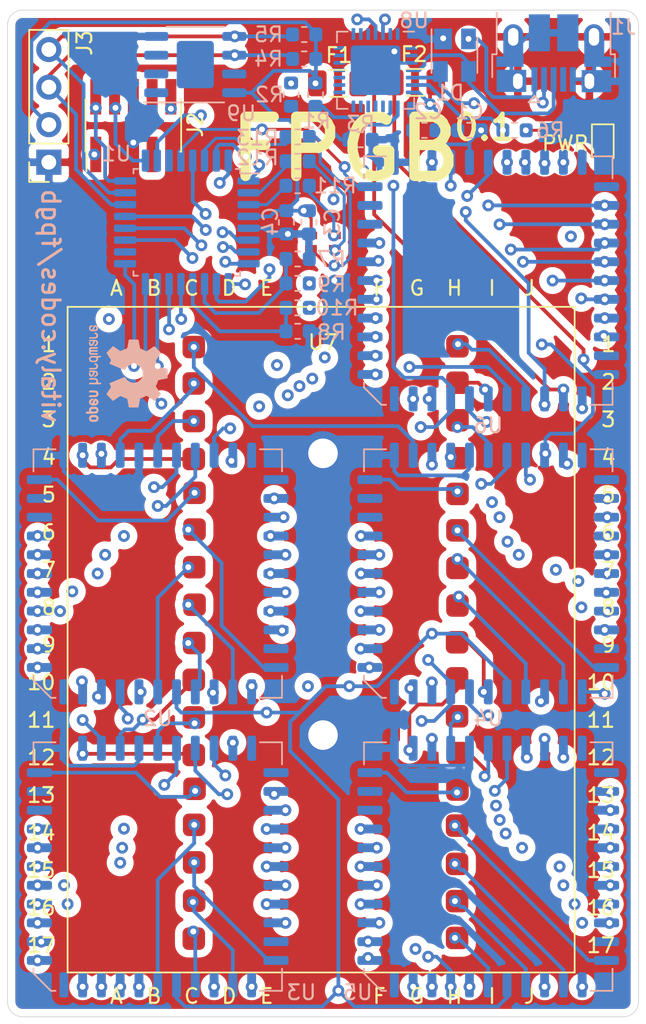
<source format=kicad_pcb>
(kicad_pcb (version 20171130) (host pcbnew "(5.1.5-rc2)")
  (title_block (title FPGB) (rev 0.1))
  (layers (0 F.Cu power) (1 In1.Cu signal) (2 In2.Cu power) (31 B.Cu signal) (34 B.Paste user hide) (35 F.Paste user hide) (36 B.SilkS user hide) (37 F.SilkS user) (38 B.Mask user hide) (39 F.Mask user hide) (44 Edge.Cuts user hide))
  (net 0 "")
  (net 1 +5V)
  (net 2 /M1Y2)
  (net 3 /DATA)
  (net 4 /M1Y1)
  (net 5 /M1Y0)
  (net 6 /X0)
  (net 7 /X1)
  (net 8 /X2)
  (net 9 /X3)
  (net 10 /X4)
  (net 11 /X5)
  (net 12 /X12)
  (net 13 /X13)
  (net 14 /AY1)
  (net 15 /AY0)
  (net 16 /AX2)
  (net 17 /AX1)
  (net 18 /M1Y4)
  (net 19 GND)
  (net 20 /M1Y5)
  (net 21 /STROBE)
  (net 22 /M1Y6)
  (net 23 /M1Y7)
  (net 24 /X11)
  (net 25 /X10)
  (net 26 /X9)
  (net 27 /X8)
  (net 28 /X7)
  (net 29 /X6)
  (net 30 /X15)
  (net 31 /X14)
  (net 32 /AX0)
  (net 33 /AX3)
  (net 34 /AY2)
  (net 35 /M1Y3)
  (net 36 /M2Y2)
  (net 37 /M2Y1)
  (net 38 /M2Y0)
  (net 39 /M2Y4)
  (net 40 /M2Y5)
  (net 41 /M2Y6)
  (net 42 /M2Y7)
  (net 43 /M2Y3)
  (net 44 /M3Y2)
  (net 45 /M3Y1)
  (net 46 /M3Y0)
  (net 47 /M3Y4)
  (net 48 /M3Y5)
  (net 49 /M3Y6)
  (net 50 /M3Y7)
  (net 51 /M3Y3)
  (net 52 /M4Y2)
  (net 53 /M4Y1)
  (net 54 /M4Y0)
  (net 55 /M4Y4)
  (net 56 /M4Y5)
  (net 57 /M4Y6)
  (net 58 /M4Y7)
  (net 59 /M4Y3)
  (net 60 /M5Y1)
  (net 61 /M5Y0)
  (net 62 /M5CS)
  (net 63 /M4CS)
  (net 64 /M3CS)
  (net 65 /M2CS)
  (net 66 /M1CS)
  (net 67 "Net-(D1-Pad4)")
  (net 68 "Net-(D1-Pad3)")
  (net 69 +3V3)
  (net 70 /TX)
  (net 71 /RX)
  (net 72 "Net-(R1-Pad1)")
  (net 73 "Net-(R2-Pad1)")
  (net 74 /RST)
  (net 75 /SWDCLK)
  (net 76 /SWDIO)
  (net 77 /SCL)
  (net 78 /SDA)
  (net 79 /M5Y5)
  (net 80 /M5Y4)
  (net 81 /MRST)
  (net 82 "Net-(D2-Pad2)")
  (net 83 /AUX1)
  (net 84 /AUX2)
  (net 85 /M5Y3)
  (net 86 /M5Y2)
  (net 87 "Net-(D3-Pad3)")
  (net 88 "Net-(D3-Pad2)")
  (net 89 "Net-(D3-Pad1)")
  (net 90 /LED_R)
  (net 91 /LED_G)
  (net 92 /LED_B)
  (net 93 "Net-(J1-Pad4)")
  (net 94 "Net-(J2-Pad8)")
  (net 95 "Net-(J2-Pad7)")
  (net 96 "Net-(J2-Pad6)")
  (net 97 /AUX3)
  (net 98 "Net-(U1-Pad27)")
  (net 99 "Net-(U1-Pad18)")
  (net 100 "Net-(U2-Pad38)")
  (net 101 "Net-(U2-Pad29)")
  (net 102 "Net-(U2-Pad28)")
  (net 103 "Net-(U2-Pad16)")
  (net 104 "Net-(U2-Pad15)")
  (net 105 "Net-(U2-Pad6)")
  (net 106 "Net-(U3-Pad38)")
  (net 107 "Net-(U3-Pad29)")
  (net 108 "Net-(U3-Pad28)")
  (net 109 "Net-(U3-Pad16)")
  (net 110 "Net-(U3-Pad15)")
  (net 111 "Net-(U3-Pad6)")
  (net 112 "Net-(U4-Pad38)")
  (net 113 "Net-(U4-Pad29)")
  (net 114 "Net-(U4-Pad28)")
  (net 115 "Net-(U4-Pad16)")
  (net 116 "Net-(U4-Pad15)")
  (net 117 "Net-(U4-Pad6)")
  (net 118 "Net-(U5-Pad38)")
  (net 119 "Net-(U5-Pad29)")
  (net 120 "Net-(U5-Pad28)")
  (net 121 "Net-(U5-Pad16)")
  (net 122 "Net-(U5-Pad15)")
  (net 123 "Net-(U5-Pad6)")
  (net 124 "Net-(U6-Pad38)")
  (net 125 "Net-(U6-Pad29)")
  (net 126 "Net-(U6-Pad28)")
  (net 127 "Net-(U6-Pad16)")
  (net 128 "Net-(U6-Pad15)")
  (net 129 "Net-(U6-Pad6)")
  (net 130 "Net-(U8-Pad28)")
  (net 131 "Net-(U8-Pad27)")
  (net 132 "Net-(U8-Pad24)")
  (net 133 "Net-(U8-Pad23)")
  (net 134 "Net-(U8-Pad22)")
  (net 135 "Net-(U8-Pad21)")
  (net 136 "Net-(U8-Pad20)")
  (net 137 "Net-(U8-Pad19)")
  (net 138 "Net-(U8-Pad18)")
  (net 139 "Net-(U8-Pad17)")
  (net 140 "Net-(U8-Pad16)")
  (net 141 "Net-(U8-Pad15)")
  (net 142 "Net-(U8-Pad14)")
  (net 143 "Net-(U8-Pad13)")
  (net 144 "Net-(U8-Pad12)")
  (net 145 "Net-(U8-Pad11)")
  (net 146 "Net-(U8-Pad10)")
  (net 147 "Net-(U8-Pad2)")
  (net 148 "Net-(U8-Pad1)")
  (net 149 "Net-(U9-Pad7)")
  (net 150 "Net-(U9-Pad3)")
  (net 151 "Net-(U9-Pad2)")
  (net 152 "Net-(U9-Pad1)")
  (module Symbol:OSHW-Logo2_7.3x6mm_SilkScreen (layer B.Cu) (at 105.6005 67.2465 90)
    (fp_text reference REF** hide)
    (fp_text value OSHW-Logo2_7.3x6mm_SilkScreen hide)
  )
  (module Resistor_SMD:R_0603_1608Metric (layer B.Cu) (at 117.1575 51.2445 180)
    (fp_text reference R13 (at 2.7305 -0.0635) (layer B.SilkS) (effects (justify mirror)))
    (fp_text value 1K)
    (pad 2 smd roundrect (at 0.7875 0 180) (size 0.875 0.95) (layers B.Cu B.Paste B.Mask) (net 92 /LED_B))
    (pad 1 smd roundrect (at -0.7875 0 180) (size 0.875 0.95) (layers B.Cu B.Paste B.Mask) (net 87 "Net-(D3-Pad3)"))
  )
  (module Resistor_SMD:R_0603_1608Metric (layer B.Cu) (at 117.1575 52.8955 180)
    (fp_text reference R12 (at 2.7305 0.254) (layer B.SilkS) (effects (justify mirror)))
    (fp_text value 1K)
    (pad 2 smd roundrect (at 0.7875 0 180) (size 0.875 0.95) (layers B.Cu B.Paste B.Mask) (net 91 /LED_G))
    (pad 1 smd roundrect (at -0.7875 0 180) (size 0.875 0.95) (layers B.Cu B.Paste B.Mask) (net 88 "Net-(D3-Pad2)"))
  )
  (module Resistor_SMD:R_0603_1608Metric (layer B.Cu) (at 117.1575 54.5465 180)
    (fp_text reference R11 (at -2.54 0) (layer B.SilkS) (effects (justify mirror)))
    (fp_text value 1K)
    (pad 2 smd roundrect (at 0.7875 0 180) (size 0.875 0.95) (layers B.Cu B.Paste B.Mask) (net 90 /LED_R))
    (pad 1 smd roundrect (at -0.7875 0 180) (size 0.875 0.95) (layers B.Cu B.Paste B.Mask) (net 89 "Net-(D3-Pad1)"))
  )
  (module fpgb:LED_RGB_0606 (layer F.Cu) (at 118.872 58.3565 180)
    (fp_text reference D3 hide)
    (fp_text value LED_RGBA)
    (pad 3 smd rect (at 0.8128 -0.45) (size 0.8 0.5) (layers F.Cu F.Paste F.Mask) (net 87 "Net-(D3-Pad3)"))
    (pad 4 smd rect (at 0.8 0.45) (size 0.8 0.5) (layers F.Cu F.Paste F.Mask) (net 69 +3V3))
    (pad 2 smd rect (at -0.8 -0.45) (size 0.8 0.5) (layers F.Cu F.Paste F.Mask) (net 88 "Net-(D3-Pad2)"))
    (pad 1 smd rect (at -0.8 0.45) (size 0.8 0.5) (layers F.Cu F.Paste F.Mask) (net 89 "Net-(D3-Pad1)"))
  )
  (module fpgb:MiniBreadboard (layer F.Cu) (at 118.872 85.598)
    (fp_text reference U7 (at -0.00508 -20.46224 unlocked) (layer F.SilkS))
    (fp_text value MiniBreadboard hide)
    (fp_text user 11 (at -19.05 5.08 unlocked) (layer F.SilkS))
    (fp_text user 10 (at -19.05 2.54 unlocked) (layer F.SilkS))
    (fp_text user 9 (at -18.542 0 unlocked) (layer F.SilkS))
    (fp_text user 8 (at -18.542 -2.54 unlocked) (layer F.SilkS))
    (fp_text user 7 (at -18.542 -5.08 unlocked) (layer F.SilkS))
    (fp_text user 6 (at -18.542 -7.62 unlocked) (layer F.SilkS))
    (fp_text user 5 (at -18.542 -10.16 unlocked) (layer F.SilkS))
    (fp_text user 12 (at -19.05 7.62 unlocked) (layer F.SilkS))
    (fp_text user 13 (at -19.05 10.16 unlocked) (layer F.SilkS))
    (fp_text user 14 (at -19.05 12.7 unlocked) (layer F.SilkS))
    (fp_text user 15 (at -19.05 15.24 unlocked) (layer F.SilkS))
    (fp_text user 16 (at -19.05 17.78 unlocked) (layer F.SilkS))
    (fp_text user 4 (at -18.542 -12.7 unlocked) (layer F.SilkS))
    (fp_text user 3 (at -18.542 -15.24 unlocked) (layer F.SilkS))
    (fp_text user 2 (at -18.542 -17.78 unlocked) (layer F.SilkS))
    (fp_text user F (at 3.81 -24.13 unlocked) (layer F.SilkS))
    (fp_text user G (at 6.35 -24.13 unlocked) (layer F.SilkS))
    (fp_text user H (at 8.89 -24.13 unlocked) (layer F.SilkS))
    (fp_text user I (at 11.43 -24.13 unlocked) (layer F.SilkS))
    (fp_text user E (at -3.81 -24.13 unlocked) (layer F.SilkS))
    (fp_text user D (at -6.35 -24.13 unlocked) (layer F.SilkS))
    (fp_text user C (at -8.89 -24.13 unlocked) (layer F.SilkS))
    (fp_text user B (at -11.43 -24.13 unlocked) (layer F.SilkS))
    (fp_text user J (at 13.97 -24.13 unlocked) (layer F.SilkS))
    (fp_text user A (at -13.97 -24.13 unlocked) (layer F.SilkS))
    (fp_text user 17 (at -19.05 20.32 unlocked) (layer F.SilkS))
    (fp_text user 1 (at -18.542 -20.32 unlocked) (layer F.SilkS))
    (fp_text user 1 (at 19.304 -20.32 unlocked) (layer F.SilkS))
    (fp_text user 17 (at 18.796 20.32 unlocked) (layer F.SilkS))
    (fp_text user 2 (at 19.304 -17.78 unlocked) (layer F.SilkS))
    (fp_text user 3 (at 19.304 -15.24 unlocked) (layer F.SilkS))
    (fp_text user 4 (at 19.304 -12.7 unlocked) (layer F.SilkS))
    (fp_text user 16 (at 18.796 17.78 unlocked) (layer F.SilkS))
    (fp_text user 15 (at 18.796 15.24 unlocked) (layer F.SilkS))
    (fp_text user 14 (at 18.796 12.7 unlocked) (layer F.SilkS))
    (fp_text user 13 (at 18.796 10.16 unlocked) (layer F.SilkS))
    (fp_text user 12 (at 18.796 7.62 unlocked) (layer F.SilkS))
    (fp_text user 5 (at 19.304 -10.16 unlocked) (layer F.SilkS))
    (fp_text user 6 (at 19.304 -7.62 unlocked) (layer F.SilkS))
    (fp_text user 7 (at 19.304 -5.08 unlocked) (layer F.SilkS))
    (fp_text user 8 (at 19.304 -2.54 unlocked) (layer F.SilkS))
    (fp_text user 9 (at 19.304 0 unlocked) (layer F.SilkS))
    (fp_text user 10 (at 18.796 2.54 unlocked) (layer F.SilkS))
    (fp_text user 11 (at 18.796 5.08 unlocked) (layer F.SilkS))
    (fp_text user A (at -13.97 23.749 unlocked) (layer F.SilkS))
    (fp_text user J (at 13.97 23.749 unlocked) (layer F.SilkS))
    (fp_text user B (at -11.43 23.749 unlocked) (layer F.SilkS))
    (fp_text user C (at -8.89 23.749 unlocked) (layer F.SilkS))
    (fp_text user D (at -6.35 23.749 unlocked) (layer F.SilkS))
    (fp_text user E (at -3.81 23.749 unlocked) (layer F.SilkS))
    (fp_text user I (at 11.43 23.749 unlocked) (layer F.SilkS))
    (fp_text user H (at 8.89 23.749 unlocked) (layer F.SilkS))
    (fp_text user G (at 6.35 23.749 unlocked) (layer F.SilkS))
    (fp_text user F (at 3.81 23.749 unlocked) (layer F.SilkS))
    (pad 34 smd roundrect (at 9.0678 19.812) (size 1.524 1.524) (layers F.Cu F.Paste F.Mask) (net 59 /M4Y3))
    (pad 33 smd roundrect (at 9.0678 17.3228) (size 1.524 1.524) (layers F.Cu F.Paste F.Mask) (net 52 /M4Y2))
    (pad 32 smd roundrect (at 9.0678 14.8082) (size 1.524 1.524) (layers F.Cu F.Paste F.Mask) (net 53 /M4Y1))
    (pad 31 smd roundrect (at 9.0678 12.2174) (size 1.524 1.524) (layers F.Cu F.Paste F.Mask) (net 54 /M4Y0))
    (pad 30 smd roundrect (at 9.0932 9.779) (size 1.524 1.524) (layers F.Cu F.Paste F.Mask) (net 58 /M4Y7))
    (pad 29 smd roundrect (at 9.0932 7.3152) (size 1.524 1.524) (layers F.Cu F.Paste F.Mask) (net 55 /M4Y4))
    (pad 28 smd roundrect (at 9.0678 4.826) (size 1.524 1.524) (layers F.Cu F.Paste F.Mask) (net 56 /M4Y5))
    (pad 27 smd roundrect (at 9.0678 2.2606) (size 1.524 1.524) (layers F.Cu F.Paste F.Mask) (net 57 /M4Y6))
    (pad 26 smd roundrect (at 9.0678 -0.1778) (size 1.524 1.524) (layers F.Cu F.Paste F.Mask) (net 51 /M3Y3))
    (pad 25 smd roundrect (at 9.0932 -2.667) (size 1.524 1.524) (layers F.Cu F.Paste F.Mask) (net 44 /M3Y2))
    (pad 24 smd roundrect (at 9.0932 -5.207) (size 1.524 1.524) (layers F.Cu F.Paste F.Mask) (net 45 /M3Y1))
    (pad 23 smd roundrect (at 9.0932 -7.747) (size 1.524 1.524) (layers F.Cu F.Paste F.Mask) (net 46 /M3Y0))
    (pad 22 smd roundrect (at 9.0932 -10.2108) (size 1.524 1.524) (layers F.Cu F.Paste F.Mask) (net 50 /M3Y7))
    (pad 21 smd roundrect (at 9.0932 -12.6238) (size 1.524 1.524) (layers F.Cu F.Paste F.Mask) (net 48 /M3Y5))
    (pad 20 smd roundrect (at 9.0932 -15.1892) (size 1.524 1.524) (layers F.Cu F.Paste F.Mask) (net 47 /M3Y4))
    (pad 19 smd roundrect (at 9.0932 -17.7292) (size 1.524 1.524) (layers F.Cu F.Paste F.Mask) (net 85 /M5Y3))
    (pad 18 smd roundrect (at 9.0932 -20.193) (size 1.524 1.524) (layers F.Cu F.Paste F.Mask) (net 86 /M5Y2))
    (pad 17 smd roundrect (at -8.7376 19.8628) (size 1.524 1.524) (layers F.Cu F.Paste F.Mask) (net 36 /M2Y2))
    (pad 16 smd roundrect (at -8.7122 17.2974) (size 1.524 1.524) (layers F.Cu F.Paste F.Mask) (net 37 /M2Y1))
    (pad 15 smd roundrect (at -8.7122 14.7066) (size 1.524 1.524) (layers F.Cu F.Paste F.Mask) (net 38 /M2Y0))
    (pad 14 smd roundrect (at -8.7122 12.1666) (size 1.524 1.524) (layers F.Cu F.Paste F.Mask) (net 43 /M2Y3))
    (pad 13 smd roundrect (at -8.6868 9.7282) (size 1.524 1.524) (layers F.Cu F.Paste F.Mask) (net 42 /M2Y7))
    (pad 12 smd roundrect (at -8.7376 7.4422) (size 1.524 1.524) (layers F.Cu F.Paste F.Mask) (net 41 /M2Y6))
    (pad 11 smd roundrect (at -8.7376 4.9022) (size 1.524 1.524) (layers F.Cu F.Paste F.Mask) (net 39 /M2Y4))
    (pad 10 smd roundrect (at -8.7376 2.3622) (size 1.524 1.524) (layers F.Cu F.Paste F.Mask) (net 40 /M2Y5))
    (pad 9 smd roundrect (at -8.7122 -0.127) (size 1.524 1.524) (layers F.Cu F.Paste F.Mask) (net 2 /M1Y2))
    (pad 8 smd roundrect (at -8.6868 -2.7178) (size 1.524 1.524) (layers F.Cu F.Paste F.Mask) (net 4 /M1Y1))
    (pad 7 smd roundrect (at -8.7122 -5.2578) (size 1.524 1.524) (layers F.Cu F.Paste F.Mask) (net 35 /M1Y3))
    (pad 6 smd roundrect (at -8.6868 -7.7978) (size 1.524 1.524) (layers F.Cu F.Paste F.Mask) (net 5 /M1Y0))
    (pad 5 smd roundrect (at -8.6868 -10.287) (size 1.524 1.524) (layers F.Cu F.Paste F.Mask) (net 23 /M1Y7))
    (pad 4 smd roundrect (at -8.7376 -12.573) (size 1.524 1.524) (layers F.Cu F.Paste F.Mask) (net 22 /M1Y6))
    (pad 3 smd roundrect (at -8.7376 -15.1384) (size 1.524 1.524) (layers F.Cu F.Paste F.Mask) (net 18 /M1Y4))
    (pad 2 smd roundrect (at -8.7376 -17.6784) (size 1.524 1.524) (layers F.Cu F.Paste F.Mask) (net 20 /M1Y5))
    (pad 1 smd roundrect (at -8.7376 -20.1422) (size 1.524 1.524) (layers F.Cu F.Paste F.Mask) (net 49 /M3Y6))
  )
  (module Connector_PinHeader_1.27mm:PinHeader_2x05_P1.27mm_Vertical_SMD (layer F.Cu) (at 106.045 50.4825 90)
    (fp_text reference J2 (at 0.0635 4.191 90) (layer F.SilkS))
    (fp_text value CortexDBG)
    (pad 10 smd rect (at 1.95 2.54 90) (size 2.4 0.74) (layers F.Cu F.Paste F.Mask) (net 74 /RST))
    (pad 9 smd rect (at -1.95 2.54 90) (size 2.4 0.74) (layers F.Cu F.Paste F.Mask) (net 19 GND))
    (pad 8 smd rect (at 1.95 1.27 90) (size 2.4 0.74) (layers F.Cu F.Paste F.Mask) (net 94 "Net-(J2-Pad8)"))
    (pad 7 smd rect (at -1.95 1.27 90) (size 2.4 0.74) (layers F.Cu F.Paste F.Mask) (net 95 "Net-(J2-Pad7)"))
    (pad 6 smd rect (at 1.95 0 90) (size 2.4 0.74) (layers F.Cu F.Paste F.Mask) (net 96 "Net-(J2-Pad6)"))
    (pad 5 smd rect (at -1.95 0 90) (size 2.4 0.74) (layers F.Cu F.Paste F.Mask) (net 19 GND))
    (pad 4 smd rect (at 1.95 -1.27 90) (size 2.4 0.74) (layers F.Cu F.Paste F.Mask) (net 75 /SWDCLK))
    (pad 3 smd rect (at -1.95 -1.27 90) (size 2.4 0.74) (layers F.Cu F.Paste F.Mask) (net 19 GND))
    (pad 2 smd rect (at 1.95 -2.54 90) (size 2.4 0.74) (layers F.Cu F.Paste F.Mask) (net 76 /SWDIO))
    (pad 1 smd rect (at -1.95 -2.54 90) (size 2.4 0.74) (layers F.Cu F.Paste F.Mask) (net 69 +3V3))
  )
  (module Fuse:Fuse_1206_3216Metric (layer F.Cu) (at 125.095 47.5615)
    (fp_text reference F2 (at -0.0635 -1.905) (layer F.SilkS))
    (fp_text value 150mA hide)
    (pad 2 smd roundrect (at 1.4 0) (size 1.25 1.75) (layers F.Cu F.Paste F.Mask) (roundrect_rratio 0.2) (net 1 +5V))
    (pad 1 smd roundrect (at -1.4 0) (size 1.25 1.75) (layers F.Cu F.Paste F.Mask) (roundrect_rratio 0.2) (net 61 /M5Y0))
  )
  (module Fuse:Fuse_1206_3216Metric (layer F.Cu) (at 119.888 47.625)
    (fp_text reference F1 (at 0.0635 -1.905) (layer F.SilkS))
    (fp_text value 150mA hide)
    (pad 2 smd roundrect (at 1.4 0) (size 1.25 1.75) (layers F.Cu F.Paste F.Mask) (roundrect_rratio 0.2) (net 60 /M5Y1))
    (pad 1 smd roundrect (at -1.4 0) (size 1.25 1.75) (layers F.Cu F.Paste F.Mask) (roundrect_rratio 0.2) (net 69 +3V3))
  )
  (module Package_LCC:PLCC-44_16.6x16.6mm_P1.27mm (layer B.Cu) (at 130.048 100.584)
    (fp_text reference U5 (at -8.8265 8.509) (layer B.SilkS) (effects (justify mirror)))
    (fp_text value CD22M3494MQ)
    (pad 44 smd roundrect (at 1.27 8) (size 0.6 1.7) (layers B.Cu B.Paste B.Mask) (net 1 +5V))
    (pad 43 smd roundrect (at 2.54 8) (size 0.6 1.7) (layers B.Cu B.Paste B.Mask) (net 52 /M4Y2))
    (pad 42 smd roundrect (at 3.81 8) (size 0.6 1.7) (layers B.Cu B.Paste B.Mask) (net 3 /DATA))
    (pad 41 smd roundrect (at 5.08 8) (size 0.6 1.7) (layers B.Cu B.Paste B.Mask) (net 53 /M4Y1))
    (pad 40 smd roundrect (at 6.35 8) (size 0.6 1.7) (layers B.Cu B.Paste B.Mask) (net 63 /M4CS))
    (pad 39 smd roundrect (at 8 6.35) (size 1.7 0.6) (layers B.Cu B.Paste B.Mask) (net 54 /M4Y0))
    (pad 38 smd roundrect (at 8 5.08) (size 1.7 0.6) (layers B.Cu B.Paste B.Mask) (net 118 "Net-(U5-Pad38)"))
    (pad 37 smd roundrect (at 8 3.81) (size 1.7 0.6) (layers B.Cu B.Paste B.Mask) (net 6 /X0))
    (pad 36 smd roundrect (at 8 2.54) (size 1.7 0.6) (layers B.Cu B.Paste B.Mask) (net 7 /X1))
    (pad 35 smd roundrect (at 8 1.27) (size 1.7 0.6) (layers B.Cu B.Paste B.Mask) (net 8 /X2))
    (pad 34 smd roundrect (at 8 0) (size 1.7 0.6) (layers B.Cu B.Paste B.Mask) (net 9 /X3))
    (pad 33 smd roundrect (at 8 -1.27) (size 1.7 0.6) (layers B.Cu B.Paste B.Mask) (net 10 /X4))
    (pad 32 smd roundrect (at 8 -2.54) (size 1.7 0.6) (layers B.Cu B.Paste B.Mask) (net 11 /X5))
    (pad 31 smd roundrect (at 8 -3.81) (size 1.7 0.6) (layers B.Cu B.Paste B.Mask) (net 12 /X12))
    (pad 30 smd roundrect (at 8 -5.08) (size 1.7 0.6) (layers B.Cu B.Paste B.Mask) (net 13 /X13))
    (pad 29 smd roundrect (at 8 -6.35) (size 1.7 0.6) (layers B.Cu B.Paste B.Mask) (net 119 "Net-(U5-Pad29)"))
    (pad 28 smd roundrect (at 6.35 -8) (size 0.6 1.7) (layers B.Cu B.Paste B.Mask) (net 120 "Net-(U5-Pad28)"))
    (pad 27 smd roundrect (at 5.08 -8) (size 0.6 1.7) (layers B.Cu B.Paste B.Mask) (net 14 /AY1))
    (pad 26 smd roundrect (at 3.81 -8) (size 0.6 1.7) (layers B.Cu B.Paste B.Mask) (net 15 /AY0))
    (pad 25 smd roundrect (at 2.54 -8) (size 0.6 1.7) (layers B.Cu B.Paste B.Mask) (net 16 /AX2))
    (pad 24 smd roundrect (at 1.27 -8) (size 0.6 1.7) (layers B.Cu B.Paste B.Mask) (net 17 /AX1))
    (pad 23 smd roundrect (at 0 -8) (size 0.6 1.7) (layers B.Cu B.Paste B.Mask) (net 55 /M4Y4))
    (pad 22 smd roundrect (at -1.27 -8) (size 0.6 1.7) (layers B.Cu B.Paste B.Mask) (net 19 GND))
    (pad 21 smd roundrect (at -2.54 -8) (size 0.6 1.7) (layers B.Cu B.Paste B.Mask) (net 56 /M4Y5))
    (pad 20 smd roundrect (at -3.81 -8) (size 0.6 1.7) (layers B.Cu B.Paste B.Mask) (net 21 /STROBE))
    (pad 19 smd roundrect (at -5.08 -8) (size 0.6 1.7) (layers B.Cu B.Paste B.Mask) (net 57 /M4Y6))
    (pad 18 smd roundrect (at -6.35 -8) (size 0.6 1.7) (layers B.Cu B.Paste B.Mask) (net 19 GND))
    (pad 17 smd roundrect (at -8 -6.35) (size 1.7 0.6) (layers B.Cu B.Paste B.Mask) (net 58 /M4Y7))
    (pad 16 smd roundrect (at -8 -5.08) (size 1.7 0.6) (layers B.Cu B.Paste B.Mask) (net 121 "Net-(U5-Pad16)"))
    (pad 15 smd roundrect (at -8 -3.81) (size 1.7 0.6) (layers B.Cu B.Paste B.Mask) (net 122 "Net-(U5-Pad15)"))
    (pad 14 smd roundrect (at -8 -2.54) (size 1.7 0.6) (layers B.Cu B.Paste B.Mask) (net 24 /X11))
    (pad 13 smd roundrect (at -8 -1.27) (size 1.7 0.6) (layers B.Cu B.Paste B.Mask) (net 25 /X10))
    (pad 12 smd roundrect (at -8 0) (size 1.7 0.6) (layers B.Cu B.Paste B.Mask) (net 26 /X9))
    (pad 11 smd roundrect (at -8 1.27) (size 1.7 0.6) (layers B.Cu B.Paste B.Mask) (net 27 /X8))
    (pad 10 smd roundrect (at -8 2.54) (size 1.7 0.6) (layers B.Cu B.Paste B.Mask) (net 28 /X7))
    (pad 9 smd roundrect (at -8 3.81) (size 1.7 0.6) (layers B.Cu B.Paste B.Mask) (net 29 /X6))
    (pad 8 smd roundrect (at -8 5.08) (size 1.7 0.6) (layers B.Cu B.Paste B.Mask) (net 30 /X15))
    (pad 7 smd roundrect (at -8 6.35) (size 1.7 0.6) (layers B.Cu B.Paste B.Mask) (net 31 /X14))
    (pad 6 smd roundrect (at -6.35 8) (size 0.6 1.7) (layers B.Cu B.Paste B.Mask) (net 123 "Net-(U5-Pad6)"))
    (pad 5 smd roundrect (at -5.08 8) (size 0.6 1.7) (layers B.Cu B.Paste B.Mask) (net 32 /AX0))
    (pad 4 smd roundrect (at -3.81 8) (size 0.6 1.7) (layers B.Cu B.Paste B.Mask) (net 33 /AX3))
    (pad 3 smd roundrect (at -2.54 8) (size 0.6 1.7) (layers B.Cu B.Paste B.Mask) (net 81 /MRST))
    (pad 2 smd roundrect (at -1.27 8) (size 0.6 1.7) (layers B.Cu B.Paste B.Mask) (net 34 /AY2))
    (pad 1 smd roundrect (at 0 8) (size 0.6 1.7) (layers B.Cu B.Paste B.Mask) (net 59 /M4Y3))
  )
  (module Connector_PinSocket_2.54mm:PinSocket_1x04_P2.54mm_Vertical (layer F.Cu) (at 100.33 52.959 180)
    (fp_text reference J3 (at -2.413 8.0645 90) (layer F.SilkS))
    (fp_text value I2C hide)
    (pad 4 thru_hole oval (at 0 7.62 180) (size 1.7 1.7) (drill 1) (layers *.Cu *.Mask) (net 78 /SDA))
    (pad 3 thru_hole oval (at 0 5.08 180) (size 1.7 1.7) (drill 1) (layers *.Cu *.Mask) (net 77 /SCL))
    (pad 2 thru_hole oval (at 0 2.54 180) (size 1.7 1.7) (drill 1) (layers *.Cu *.Mask) (net 69 +3V3))
    (pad 1 thru_hole rect (at 0 0 180) (size 1.7 1.7) (drill 1) (layers *.Cu *.Mask) (net 19 GND))
  )
  (module Package_SO:SOIC-8-1EP_3.9x4.9mm_P1.27mm_EP2.514x3.2mm (layer B.Cu) (at 110.236 46.355)
    (fp_text reference U9 (at 3.1115 3.302) (layer B.SilkS) (effects (justify mirror)))
    (fp_text value 24LC128)
    (pad 8 smd roundrect (at 2.6375 1.905) (size 1.625 0.6) (layers B.Cu B.Paste B.Mask) (net 69 +3V3))
    (pad 7 smd roundrect (at 2.6375 0.635) (size 1.625 0.6) (layers B.Cu B.Paste B.Mask) (net 149 "Net-(U9-Pad7)"))
    (pad 6 smd roundrect (at 2.6375 -0.635) (size 1.625 0.6) (layers B.Cu B.Paste B.Mask) (net 77 /SCL))
    (pad 5 smd roundrect (at 2.6375 -1.905) (size 1.625 0.6) (layers B.Cu B.Paste B.Mask) (net 78 /SDA))
    (pad 4 smd roundrect (at -2.6375 -1.905) (size 1.625 0.6) (layers B.Cu B.Paste B.Mask) (net 19 GND))
    (pad 3 smd roundrect (at -2.6375 -0.635) (size 1.625 0.6) (layers B.Cu B.Paste B.Mask) (net 150 "Net-(U9-Pad3)"))
    (pad 2 smd roundrect (at -2.6375 0.635) (size 1.625 0.6) (layers B.Cu B.Paste B.Mask) (net 151 "Net-(U9-Pad2)"))
    (pad 1 smd roundrect (at -2.6375 1.905) (size 1.625 0.6) (layers B.Cu B.Paste B.Mask) (net 152 "Net-(U9-Pad1)"))
    (pad 9 smd roundrect (at 0 0) (size 2.514 3.2) (layers B.Cu B.Mask) (roundrect_rratio 0.099443))
  )
  (module Package_DFN_QFN:QFN-28-1EP_5x5mm_P0.5mm_EP3.35x3.35mm (layer B.Cu) (at 122.428 46.736 180)
    (fp_text reference U8 (at -2.6035 3.3655) (layer B.SilkS) (effects (justify mirror)))
    (fp_text value CP2102N-A01-GQFN28 hide)
    (pad 28 smd roundrect (at -1.5 2.45 180) (size 0.25 0.8) (layers B.Cu B.Paste B.Mask) (net 130 "Net-(U8-Pad28)"))
    (pad 27 smd roundrect (at -1 2.45 180) (size 0.25 0.8) (layers B.Cu B.Paste B.Mask) (net 131 "Net-(U8-Pad27)"))
    (pad 26 smd roundrect (at -0.5 2.45 180) (size 0.25 0.8) (layers B.Cu B.Paste B.Mask) (net 71 /RX))
    (pad 25 smd roundrect (at 0 2.45 180) (size 0.25 0.8) (layers B.Cu B.Paste B.Mask) (net 70 /TX))
    (pad 24 smd roundrect (at 0.5 2.45 180) (size 0.25 0.8) (layers B.Cu B.Paste B.Mask) (net 132 "Net-(U8-Pad24)"))
    (pad 23 smd roundrect (at 1 2.45 180) (size 0.25 0.8) (layers B.Cu B.Paste B.Mask) (net 133 "Net-(U8-Pad23)"))
    (pad 22 smd roundrect (at 1.5 2.45 180) (size 0.25 0.8) (layers B.Cu B.Paste B.Mask) (net 134 "Net-(U8-Pad22)"))
    (pad 21 smd roundrect (at 2.45 1.5 180) (size 0.8 0.25) (layers B.Cu B.Paste B.Mask) (net 135 "Net-(U8-Pad21)"))
    (pad 20 smd roundrect (at 2.45 1 180) (size 0.8 0.25) (layers B.Cu B.Paste B.Mask) (net 136 "Net-(U8-Pad20)"))
    (pad 19 smd roundrect (at 2.45 0.5 180) (size 0.8 0.25) (layers B.Cu B.Paste B.Mask) (net 137 "Net-(U8-Pad19)"))
    (pad 18 smd roundrect (at 2.45 0 180) (size 0.8 0.25) (layers B.Cu B.Paste B.Mask) (net 138 "Net-(U8-Pad18)"))
    (pad 17 smd roundrect (at 2.45 -0.5 180) (size 0.8 0.25) (layers B.Cu B.Paste B.Mask) (net 139 "Net-(U8-Pad17)"))
    (pad 16 smd roundrect (at 2.45 -1 180) (size 0.8 0.25) (layers B.Cu B.Paste B.Mask) (net 140 "Net-(U8-Pad16)"))
    (pad 15 smd roundrect (at 2.45 -1.5 180) (size 0.8 0.25) (layers B.Cu B.Paste B.Mask) (net 141 "Net-(U8-Pad15)"))
    (pad 14 smd roundrect (at 1.5 -2.45 180) (size 0.25 0.8) (layers B.Cu B.Paste B.Mask) (net 142 "Net-(U8-Pad14)"))
    (pad 13 smd roundrect (at 1 -2.45 180) (size 0.25 0.8) (layers B.Cu B.Paste B.Mask) (net 143 "Net-(U8-Pad13)"))
    (pad 12 smd roundrect (at 0.5 -2.45 180) (size 0.25 0.8) (layers B.Cu B.Paste B.Mask) (net 144 "Net-(U8-Pad12)"))
    (pad 11 smd roundrect (at 0 -2.45 180) (size 0.25 0.8) (layers B.Cu B.Paste B.Mask) (net 145 "Net-(U8-Pad11)"))
    (pad 10 smd roundrect (at -0.5 -2.45 180) (size 0.25 0.8) (layers B.Cu B.Paste B.Mask) (net 146 "Net-(U8-Pad10)"))
    (pad 9 smd roundrect (at -1 -2.45 180) (size 0.25 0.8) (layers B.Cu B.Paste B.Mask) (net 72 "Net-(R1-Pad1)"))
    (pad 8 smd roundrect (at -1.5 -2.45 180) (size 0.25 0.8) (layers B.Cu B.Paste B.Mask) (net 73 "Net-(R2-Pad1)"))
    (pad 7 smd roundrect (at -2.45 -1.5 180) (size 0.8 0.25) (layers B.Cu B.Paste B.Mask) (net 1 +5V))
    (pad 6 smd roundrect (at -2.45 -1 180) (size 0.8 0.25) (layers B.Cu B.Paste B.Mask) (net 69 +3V3))
    (pad 5 smd roundrect (at -2.45 -0.5 180) (size 0.8 0.25) (layers B.Cu B.Paste B.Mask) (net 67 "Net-(D1-Pad4)"))
    (pad 4 smd roundrect (at -2.45 0 180) (size 0.8 0.25) (layers B.Cu B.Paste B.Mask) (net 68 "Net-(D1-Pad3)"))
    (pad 3 smd roundrect (at -2.45 0.5 180) (size 0.8 0.25) (layers B.Cu B.Paste B.Mask) (net 19 GND))
    (pad 2 smd roundrect (at -2.45 1 180) (size 0.8 0.25) (layers B.Cu B.Paste B.Mask) (net 147 "Net-(U8-Pad2)"))
    (pad 1 smd roundrect (at -2.45 1.5 180) (size 0.8 0.25) (layers B.Cu B.Paste B.Mask) (net 148 "Net-(U8-Pad1)"))
    (pad 29 smd roundrect (at 0 0 180) (size 3.35 3.35) (layers B.Cu B.Mask) (roundrect_rratio 0.074627) (net 19 GND))
  )
  (module Package_LCC:PLCC-44_16.6x16.6mm_P1.27mm (layer B.Cu) (at 130.048 60.96)
    (fp_text reference U6 (at 0 9.8) (layer B.SilkS) (effects (justify mirror)))
    (fp_text value CD22M3494MQ hide)
    (pad 44 smd roundrect (at 1.27 8) (size 0.6 1.7) (layers B.Cu B.Paste B.Mask) (net 1 +5V))
    (pad 43 smd roundrect (at 2.54 8) (size 0.6 1.7) (layers B.Cu B.Paste B.Mask) (net 86 /M5Y2))
    (pad 42 smd roundrect (at 3.81 8) (size 0.6 1.7) (layers B.Cu B.Paste B.Mask) (net 3 /DATA))
    (pad 41 smd roundrect (at 5.08 8) (size 0.6 1.7) (layers B.Cu B.Paste B.Mask) (net 60 /M5Y1))
    (pad 40 smd roundrect (at 6.35 8) (size 0.6 1.7) (layers B.Cu B.Paste B.Mask) (net 62 /M5CS))
    (pad 39 smd roundrect (at 8 6.35) (size 1.7 0.6) (layers B.Cu B.Paste B.Mask) (net 61 /M5Y0))
    (pad 38 smd roundrect (at 8 5.08) (size 1.7 0.6) (layers B.Cu B.Paste B.Mask) (net 124 "Net-(U6-Pad38)"))
    (pad 37 smd roundrect (at 8 3.81) (size 1.7 0.6) (layers B.Cu B.Paste B.Mask) (net 6 /X0))
    (pad 36 smd roundrect (at 8 2.54) (size 1.7 0.6) (layers B.Cu B.Paste B.Mask) (net 7 /X1))
    (pad 35 smd roundrect (at 8 1.27) (size 1.7 0.6) (layers B.Cu B.Paste B.Mask) (net 8 /X2))
    (pad 34 smd roundrect (at 8 0) (size 1.7 0.6) (layers B.Cu B.Paste B.Mask) (net 9 /X3))
    (pad 33 smd roundrect (at 8 -1.27) (size 1.7 0.6) (layers B.Cu B.Paste B.Mask) (net 10 /X4))
    (pad 32 smd roundrect (at 8 -2.54) (size 1.7 0.6) (layers B.Cu B.Paste B.Mask) (net 11 /X5))
    (pad 31 smd roundrect (at 8 -3.81) (size 1.7 0.6) (layers B.Cu B.Paste B.Mask) (net 12 /X12))
    (pad 30 smd roundrect (at 8 -5.08) (size 1.7 0.6) (layers B.Cu B.Paste B.Mask) (net 13 /X13))
    (pad 29 smd roundrect (at 8 -6.35) (size 1.7 0.6) (layers B.Cu B.Paste B.Mask) (net 125 "Net-(U6-Pad29)"))
    (pad 28 smd roundrect (at 6.35 -8) (size 0.6 1.7) (layers B.Cu B.Paste B.Mask) (net 126 "Net-(U6-Pad28)"))
    (pad 27 smd roundrect (at 5.08 -8) (size 0.6 1.7) (layers B.Cu B.Paste B.Mask) (net 14 /AY1))
    (pad 26 smd roundrect (at 3.81 -8) (size 0.6 1.7) (layers B.Cu B.Paste B.Mask) (net 15 /AY0))
    (pad 25 smd roundrect (at 2.54 -8) (size 0.6 1.7) (layers B.Cu B.Paste B.Mask) (net 16 /AX2))
    (pad 24 smd roundrect (at 1.27 -8) (size 0.6 1.7) (layers B.Cu B.Paste B.Mask) (net 17 /AX1))
    (pad 23 smd roundrect (at 0 -8) (size 0.6 1.7) (layers B.Cu B.Paste B.Mask) (net 80 /M5Y4))
    (pad 22 smd roundrect (at -1.27 -8) (size 0.6 1.7) (layers B.Cu B.Paste B.Mask) (net 19 GND))
    (pad 21 smd roundrect (at -2.54 -8) (size 0.6 1.7) (layers B.Cu B.Paste B.Mask) (net 79 /M5Y5))
    (pad 20 smd roundrect (at -3.81 -8) (size 0.6 1.7) (layers B.Cu B.Paste B.Mask) (net 21 /STROBE))
    (pad 19 smd roundrect (at -5.08 -8) (size 0.6 1.7) (layers B.Cu B.Paste B.Mask) (net 19 GND))
    (pad 18 smd roundrect (at -6.35 -8) (size 0.6 1.7) (layers B.Cu B.Paste B.Mask) (net 19 GND))
    (pad 17 smd roundrect (at -8 -6.35) (size 1.7 0.6) (layers B.Cu B.Paste B.Mask) (net 97 /AUX3))
    (pad 16 smd roundrect (at -8 -5.08) (size 1.7 0.6) (layers B.Cu B.Paste B.Mask) (net 127 "Net-(U6-Pad16)"))
    (pad 15 smd roundrect (at -8 -3.81) (size 1.7 0.6) (layers B.Cu B.Paste B.Mask) (net 128 "Net-(U6-Pad15)"))
    (pad 14 smd roundrect (at -8 -2.54) (size 1.7 0.6) (layers B.Cu B.Paste B.Mask) (net 24 /X11))
    (pad 13 smd roundrect (at -8 -1.27) (size 1.7 0.6) (layers B.Cu B.Paste B.Mask) (net 25 /X10))
    (pad 12 smd roundrect (at -8 0) (size 1.7 0.6) (layers B.Cu B.Paste B.Mask) (net 26 /X9))
    (pad 11 smd roundrect (at -8 1.27) (size 1.7 0.6) (layers B.Cu B.Paste B.Mask) (net 27 /X8))
    (pad 10 smd roundrect (at -8 2.54) (size 1.7 0.6) (layers B.Cu B.Paste B.Mask) (net 28 /X7))
    (pad 9 smd roundrect (at -8 3.81) (size 1.7 0.6) (layers B.Cu B.Paste B.Mask) (net 29 /X6))
    (pad 8 smd roundrect (at -8 5.08) (size 1.7 0.6) (layers B.Cu B.Paste B.Mask) (net 30 /X15))
    (pad 7 smd roundrect (at -8 6.35) (size 1.7 0.6) (layers B.Cu B.Paste B.Mask) (net 31 /X14))
    (pad 6 smd roundrect (at -6.35 8) (size 0.6 1.7) (layers B.Cu B.Paste B.Mask) (net 129 "Net-(U6-Pad6)"))
    (pad 5 smd roundrect (at -5.08 8) (size 0.6 1.7) (layers B.Cu B.Paste B.Mask) (net 32 /AX0))
    (pad 4 smd roundrect (at -3.81 8) (size 0.6 1.7) (layers B.Cu B.Paste B.Mask) (net 33 /AX3))
    (pad 3 smd roundrect (at -2.54 8) (size 0.6 1.7) (layers B.Cu B.Paste B.Mask) (net 81 /MRST))
    (pad 2 smd roundrect (at -1.27 8) (size 0.6 1.7) (layers B.Cu B.Paste B.Mask) (net 34 /AY2))
    (pad 1 smd roundrect (at 0 8) (size 0.6 1.7) (layers B.Cu B.Paste B.Mask) (net 85 /M5Y3))
  )
  (module Package_LCC:PLCC-44_16.6x16.6mm_P1.27mm (layer B.Cu) (at 130.048 80.772)
    (fp_text reference U4 (at 0 9.8) (layer B.SilkS) (effects (justify mirror)))
    (fp_text value CD22M3494MQ)
    (pad 44 smd roundrect (at 1.27 8) (size 0.6 1.7) (layers B.Cu B.Paste B.Mask) (net 1 +5V))
    (pad 43 smd roundrect (at 2.54 8) (size 0.6 1.7) (layers B.Cu B.Paste B.Mask) (net 44 /M3Y2))
    (pad 42 smd roundrect (at 3.81 8) (size 0.6 1.7) (layers B.Cu B.Paste B.Mask) (net 3 /DATA))
    (pad 41 smd roundrect (at 5.08 8) (size 0.6 1.7) (layers B.Cu B.Paste B.Mask) (net 45 /M3Y1))
    (pad 40 smd roundrect (at 6.35 8) (size 0.6 1.7) (layers B.Cu B.Paste B.Mask) (net 64 /M3CS))
    (pad 39 smd roundrect (at 8 6.35) (size 1.7 0.6) (layers B.Cu B.Paste B.Mask) (net 46 /M3Y0))
    (pad 38 smd roundrect (at 8 5.08) (size 1.7 0.6) (layers B.Cu B.Paste B.Mask) (net 112 "Net-(U4-Pad38)"))
    (pad 37 smd roundrect (at 8 3.81) (size 1.7 0.6) (layers B.Cu B.Paste B.Mask) (net 6 /X0))
    (pad 36 smd roundrect (at 8 2.54) (size 1.7 0.6) (layers B.Cu B.Paste B.Mask) (net 7 /X1))
    (pad 35 smd roundrect (at 8 1.27) (size 1.7 0.6) (layers B.Cu B.Paste B.Mask) (net 8 /X2))
    (pad 34 smd roundrect (at 8 0) (size 1.7 0.6) (layers B.Cu B.Paste B.Mask) (net 9 /X3))
    (pad 33 smd roundrect (at 8 -1.27) (size 1.7 0.6) (layers B.Cu B.Paste B.Mask) (net 10 /X4))
    (pad 32 smd roundrect (at 8 -2.54) (size 1.7 0.6) (layers B.Cu B.Paste B.Mask) (net 11 /X5))
    (pad 31 smd roundrect (at 8 -3.81) (size 1.7 0.6) (layers B.Cu B.Paste B.Mask) (net 12 /X12))
    (pad 30 smd roundrect (at 8 -5.08) (size 1.7 0.6) (layers B.Cu B.Paste B.Mask) (net 13 /X13))
    (pad 29 smd roundrect (at 8 -6.35) (size 1.7 0.6) (layers B.Cu B.Paste B.Mask) (net 113 "Net-(U4-Pad29)"))
    (pad 28 smd roundrect (at 6.35 -8) (size 0.6 1.7) (layers B.Cu B.Paste B.Mask) (net 114 "Net-(U4-Pad28)"))
    (pad 27 smd roundrect (at 5.08 -8) (size 0.6 1.7) (layers B.Cu B.Paste B.Mask) (net 14 /AY1))
    (pad 26 smd roundrect (at 3.81 -8) (size 0.6 1.7) (layers B.Cu B.Paste B.Mask) (net 15 /AY0))
    (pad 25 smd roundrect (at 2.54 -8) (size 0.6 1.7) (layers B.Cu B.Paste B.Mask) (net 16 /AX2))
    (pad 24 smd roundrect (at 1.27 -8) (size 0.6 1.7) (layers B.Cu B.Paste B.Mask) (net 17 /AX1))
    (pad 23 smd roundrect (at 0 -8) (size 0.6 1.7) (layers B.Cu B.Paste B.Mask) (net 47 /M3Y4))
    (pad 22 smd roundrect (at -1.27 -8) (size 0.6 1.7) (layers B.Cu B.Paste B.Mask) (net 19 GND))
    (pad 21 smd roundrect (at -2.54 -8) (size 0.6 1.7) (layers B.Cu B.Paste B.Mask) (net 48 /M3Y5))
    (pad 20 smd roundrect (at -3.81 -8) (size 0.6 1.7) (layers B.Cu B.Paste B.Mask) (net 21 /STROBE))
    (pad 19 smd roundrect (at -5.08 -8) (size 0.6 1.7) (layers B.Cu B.Paste B.Mask) (net 49 /M3Y6))
    (pad 18 smd roundrect (at -6.35 -8) (size 0.6 1.7) (layers B.Cu B.Paste B.Mask) (net 19 GND))
    (pad 17 smd roundrect (at -8 -6.35) (size 1.7 0.6) (layers B.Cu B.Paste B.Mask) (net 50 /M3Y7))
    (pad 16 smd roundrect (at -8 -5.08) (size 1.7 0.6) (layers B.Cu B.Paste B.Mask) (net 115 "Net-(U4-Pad16)"))
    (pad 15 smd roundrect (at -8 -3.81) (size 1.7 0.6) (layers B.Cu B.Paste B.Mask) (net 116 "Net-(U4-Pad15)"))
    (pad 14 smd roundrect (at -8 -2.54) (size 1.7 0.6) (layers B.Cu B.Paste B.Mask) (net 24 /X11))
    (pad 13 smd roundrect (at -8 -1.27) (size 1.7 0.6) (layers B.Cu B.Paste B.Mask) (net 25 /X10))
    (pad 12 smd roundrect (at -8 0) (size 1.7 0.6) (layers B.Cu B.Paste B.Mask) (net 26 /X9))
    (pad 11 smd roundrect (at -8 1.27) (size 1.7 0.6) (layers B.Cu B.Paste B.Mask) (net 27 /X8))
    (pad 10 smd roundrect (at -8 2.54) (size 1.7 0.6) (layers B.Cu B.Paste B.Mask) (net 28 /X7))
    (pad 9 smd roundrect (at -8 3.81) (size 1.7 0.6) (layers B.Cu B.Paste B.Mask) (net 29 /X6))
    (pad 8 smd roundrect (at -8 5.08) (size 1.7 0.6) (layers B.Cu B.Paste B.Mask) (net 30 /X15))
    (pad 7 smd roundrect (at -8 6.35) (size 1.7 0.6) (layers B.Cu B.Paste B.Mask) (net 31 /X14))
    (pad 6 smd roundrect (at -6.35 8) (size 0.6 1.7) (layers B.Cu B.Paste B.Mask) (net 117 "Net-(U4-Pad6)"))
    (pad 5 smd roundrect (at -5.08 8) (size 0.6 1.7) (layers B.Cu B.Paste B.Mask) (net 32 /AX0))
    (pad 4 smd roundrect (at -3.81 8) (size 0.6 1.7) (layers B.Cu B.Paste B.Mask) (net 33 /AX3))
    (pad 3 smd roundrect (at -2.54 8) (size 0.6 1.7) (layers B.Cu B.Paste B.Mask) (net 81 /MRST))
    (pad 2 smd roundrect (at -1.27 8) (size 0.6 1.7) (layers B.Cu B.Paste B.Mask) (net 34 /AY2))
    (pad 1 smd roundrect (at 0 8) (size 0.6 1.7) (layers B.Cu B.Paste B.Mask) (net 51 /M3Y3))
  )
  (module Package_LCC:PLCC-44_16.6x16.6mm_P1.27mm (layer B.Cu) (at 107.696 100.584)
    (fp_text reference U3 (at 9.7155 8.509) (layer B.SilkS) (effects (justify mirror)))
    (fp_text value CD22M3494MQ)
    (pad 44 smd roundrect (at 1.27 8) (size 0.6 1.7) (layers B.Cu B.Paste B.Mask) (net 1 +5V))
    (pad 43 smd roundrect (at 2.54 8) (size 0.6 1.7) (layers B.Cu B.Paste B.Mask) (net 36 /M2Y2))
    (pad 42 smd roundrect (at 3.81 8) (size 0.6 1.7) (layers B.Cu B.Paste B.Mask) (net 3 /DATA))
    (pad 41 smd roundrect (at 5.08 8) (size 0.6 1.7) (layers B.Cu B.Paste B.Mask) (net 37 /M2Y1))
    (pad 40 smd roundrect (at 6.35 8) (size 0.6 1.7) (layers B.Cu B.Paste B.Mask) (net 65 /M2CS))
    (pad 39 smd roundrect (at 8 6.35) (size 1.7 0.6) (layers B.Cu B.Paste B.Mask) (net 38 /M2Y0))
    (pad 38 smd roundrect (at 8 5.08) (size 1.7 0.6) (layers B.Cu B.Paste B.Mask) (net 106 "Net-(U3-Pad38)"))
    (pad 37 smd roundrect (at 8 3.81) (size 1.7 0.6) (layers B.Cu B.Paste B.Mask) (net 6 /X0))
    (pad 36 smd roundrect (at 8 2.54) (size 1.7 0.6) (layers B.Cu B.Paste B.Mask) (net 7 /X1))
    (pad 35 smd roundrect (at 8 1.27) (size 1.7 0.6) (layers B.Cu B.Paste B.Mask) (net 8 /X2))
    (pad 34 smd roundrect (at 8 0) (size 1.7 0.6) (layers B.Cu B.Paste B.Mask) (net 9 /X3))
    (pad 33 smd roundrect (at 8 -1.27) (size 1.7 0.6) (layers B.Cu B.Paste B.Mask) (net 10 /X4))
    (pad 32 smd roundrect (at 8 -2.54) (size 1.7 0.6) (layers B.Cu B.Paste B.Mask) (net 11 /X5))
    (pad 31 smd roundrect (at 8 -3.81) (size 1.7 0.6) (layers B.Cu B.Paste B.Mask) (net 12 /X12))
    (pad 30 smd roundrect (at 8 -5.08) (size 1.7 0.6) (layers B.Cu B.Paste B.Mask) (net 13 /X13))
    (pad 29 smd roundrect (at 8 -6.35) (size 1.7 0.6) (layers B.Cu B.Paste B.Mask) (net 107 "Net-(U3-Pad29)"))
    (pad 28 smd roundrect (at 6.35 -8) (size 0.6 1.7) (layers B.Cu B.Paste B.Mask) (net 108 "Net-(U3-Pad28)"))
    (pad 27 smd roundrect (at 5.08 -8) (size 0.6 1.7) (layers B.Cu B.Paste B.Mask) (net 14 /AY1))
    (pad 26 smd roundrect (at 3.81 -8) (size 0.6 1.7) (layers B.Cu B.Paste B.Mask) (net 15 /AY0))
    (pad 25 smd roundrect (at 2.54 -8) (size 0.6 1.7) (layers B.Cu B.Paste B.Mask) (net 16 /AX2))
    (pad 24 smd roundrect (at 1.27 -8) (size 0.6 1.7) (layers B.Cu B.Paste B.Mask) (net 17 /AX1))
    (pad 23 smd roundrect (at 0 -8) (size 0.6 1.7) (layers B.Cu B.Paste B.Mask) (net 39 /M2Y4))
    (pad 22 smd roundrect (at -1.27 -8) (size 0.6 1.7) (layers B.Cu B.Paste B.Mask) (net 19 GND))
    (pad 21 smd roundrect (at -2.54 -8) (size 0.6 1.7) (layers B.Cu B.Paste B.Mask) (net 40 /M2Y5))
    (pad 20 smd roundrect (at -3.81 -8) (size 0.6 1.7) (layers B.Cu B.Paste B.Mask) (net 21 /STROBE))
    (pad 19 smd roundrect (at -5.08 -8) (size 0.6 1.7) (layers B.Cu B.Paste B.Mask) (net 41 /M2Y6))
    (pad 18 smd roundrect (at -6.35 -8) (size 0.6 1.7) (layers B.Cu B.Paste B.Mask) (net 19 GND))
    (pad 17 smd roundrect (at -8 -6.35) (size 1.7 0.6) (layers B.Cu B.Paste B.Mask) (net 42 /M2Y7))
    (pad 16 smd roundrect (at -8 -5.08) (size 1.7 0.6) (layers B.Cu B.Paste B.Mask) (net 109 "Net-(U3-Pad16)"))
    (pad 15 smd roundrect (at -8 -3.81) (size 1.7 0.6) (layers B.Cu B.Paste B.Mask) (net 110 "Net-(U3-Pad15)"))
    (pad 14 smd roundrect (at -8 -2.54) (size 1.7 0.6) (layers B.Cu B.Paste B.Mask) (net 24 /X11))
    (pad 13 smd roundrect (at -8 -1.27) (size 1.7 0.6) (layers B.Cu B.Paste B.Mask) (net 25 /X10))
    (pad 12 smd roundrect (at -8 0) (size 1.7 0.6) (layers B.Cu B.Paste B.Mask) (net 26 /X9))
    (pad 11 smd roundrect (at -8 1.27) (size 1.7 0.6) (layers B.Cu B.Paste B.Mask) (net 27 /X8))
    (pad 10 smd roundrect (at -8 2.54) (size 1.7 0.6) (layers B.Cu B.Paste B.Mask) (net 28 /X7))
    (pad 9 smd roundrect (at -8 3.81) (size 1.7 0.6) (layers B.Cu B.Paste B.Mask) (net 29 /X6))
    (pad 8 smd roundrect (at -8 5.08) (size 1.7 0.6) (layers B.Cu B.Paste B.Mask) (net 30 /X15))
    (pad 7 smd roundrect (at -8 6.35) (size 1.7 0.6) (layers B.Cu B.Paste B.Mask) (net 31 /X14))
    (pad 6 smd roundrect (at -6.35 8) (size 0.6 1.7) (layers B.Cu B.Paste B.Mask) (net 111 "Net-(U3-Pad6)"))
    (pad 5 smd roundrect (at -5.08 8) (size 0.6 1.7) (layers B.Cu B.Paste B.Mask) (net 32 /AX0))
    (pad 4 smd roundrect (at -3.81 8) (size 0.6 1.7) (layers B.Cu B.Paste B.Mask) (net 33 /AX3))
    (pad 3 smd roundrect (at -2.54 8) (size 0.6 1.7) (layers B.Cu B.Paste B.Mask) (net 81 /MRST))
    (pad 2 smd roundrect (at -1.27 8) (size 0.6 1.7) (layers B.Cu B.Paste B.Mask) (net 34 /AY2))
    (pad 1 smd roundrect (at 0 8) (size 0.6 1.7) (layers B.Cu B.Paste B.Mask) (net 43 /M2Y3))
  )
  (module Package_LCC:PLCC-44_16.6x16.6mm_P1.27mm (layer B.Cu) (at 107.696 80.772)
    (fp_text reference U2 (at 0 9.8) (layer B.SilkS) (effects (justify mirror)))
    (fp_text value CD22M3494MQ)
    (pad 44 smd roundrect (at 1.27 8) (size 0.6 1.7) (layers B.Cu B.Paste B.Mask) (net 1 +5V))
    (pad 43 smd roundrect (at 2.54 8) (size 0.6 1.7) (layers B.Cu B.Paste B.Mask) (net 2 /M1Y2))
    (pad 42 smd roundrect (at 3.81 8) (size 0.6 1.7) (layers B.Cu B.Paste B.Mask) (net 3 /DATA))
    (pad 41 smd roundrect (at 5.08 8) (size 0.6 1.7) (layers B.Cu B.Paste B.Mask) (net 4 /M1Y1))
    (pad 40 smd roundrect (at 6.35 8) (size 0.6 1.7) (layers B.Cu B.Paste B.Mask) (net 66 /M1CS))
    (pad 39 smd roundrect (at 8 6.35) (size 1.7 0.6) (layers B.Cu B.Paste B.Mask) (net 5 /M1Y0))
    (pad 38 smd roundrect (at 8 5.08) (size 1.7 0.6) (layers B.Cu B.Paste B.Mask) (net 100 "Net-(U2-Pad38)"))
    (pad 37 smd roundrect (at 8 3.81) (size 1.7 0.6) (layers B.Cu B.Paste B.Mask) (net 6 /X0))
    (pad 36 smd roundrect (at 8 2.54) (size 1.7 0.6) (layers B.Cu B.Paste B.Mask) (net 7 /X1))
    (pad 35 smd roundrect (at 8 1.27) (size 1.7 0.6) (layers B.Cu B.Paste B.Mask) (net 8 /X2))
    (pad 34 smd roundrect (at 8 0) (size 1.7 0.6) (layers B.Cu B.Paste B.Mask) (net 9 /X3))
    (pad 33 smd roundrect (at 8 -1.27) (size 1.7 0.6) (layers B.Cu B.Paste B.Mask) (net 10 /X4))
    (pad 32 smd roundrect (at 8 -2.54) (size 1.7 0.6) (layers B.Cu B.Paste B.Mask) (net 11 /X5))
    (pad 31 smd roundrect (at 8 -3.81) (size 1.7 0.6) (layers B.Cu B.Paste B.Mask) (net 12 /X12))
    (pad 30 smd roundrect (at 8 -5.08) (size 1.7 0.6) (layers B.Cu B.Paste B.Mask) (net 13 /X13))
    (pad 29 smd roundrect (at 8 -6.35) (size 1.7 0.6) (layers B.Cu B.Paste B.Mask) (net 101 "Net-(U2-Pad29)"))
    (pad 28 smd roundrect (at 6.35 -8) (size 0.6 1.7) (layers B.Cu B.Paste B.Mask) (net 102 "Net-(U2-Pad28)"))
    (pad 27 smd roundrect (at 5.08 -8) (size 0.6 1.7) (layers B.Cu B.Paste B.Mask) (net 14 /AY1))
    (pad 26 smd roundrect (at 3.81 -8) (size 0.6 1.7) (layers B.Cu B.Paste B.Mask) (net 15 /AY0))
    (pad 25 smd roundrect (at 2.54 -8) (size 0.6 1.7) (layers B.Cu B.Paste B.Mask) (net 16 /AX2))
    (pad 24 smd roundrect (at 1.27 -8) (size 0.6 1.7) (layers B.Cu B.Paste B.Mask) (net 17 /AX1))
    (pad 23 smd roundrect (at 0 -8) (size 0.6 1.7) (layers B.Cu B.Paste B.Mask) (net 18 /M1Y4))
    (pad 22 smd roundrect (at -1.27 -8) (size 0.6 1.7) (layers B.Cu B.Paste B.Mask) (net 19 GND))
    (pad 21 smd roundrect (at -2.54 -8) (size 0.6 1.7) (layers B.Cu B.Paste B.Mask) (net 20 /M1Y5))
    (pad 20 smd roundrect (at -3.81 -8) (size 0.6 1.7) (layers B.Cu B.Paste B.Mask) (net 21 /STROBE))
    (pad 19 smd roundrect (at -5.08 -8) (size 0.6 1.7) (layers B.Cu B.Paste B.Mask) (net 22 /M1Y6))
    (pad 18 smd roundrect (at -6.35 -8) (size 0.6 1.7) (layers B.Cu B.Paste B.Mask) (net 19 GND))
    (pad 17 smd roundrect (at -8 -6.35) (size 1.7 0.6) (layers B.Cu B.Paste B.Mask) (net 23 /M1Y7))
    (pad 16 smd roundrect (at -8 -5.08) (size 1.7 0.6) (layers B.Cu B.Paste B.Mask) (net 103 "Net-(U2-Pad16)"))
    (pad 15 smd roundrect (at -8 -3.81) (size 1.7 0.6) (layers B.Cu B.Paste B.Mask) (net 104 "Net-(U2-Pad15)"))
    (pad 14 smd roundrect (at -8 -2.54) (size 1.7 0.6) (layers B.Cu B.Paste B.Mask) (net 24 /X11))
    (pad 13 smd roundrect (at -8 -1.27) (size 1.7 0.6) (layers B.Cu B.Paste B.Mask) (net 25 /X10))
    (pad 12 smd roundrect (at -8 0) (size 1.7 0.6) (layers B.Cu B.Paste B.Mask) (net 26 /X9))
    (pad 11 smd roundrect (at -8 1.27) (size 1.7 0.6) (layers B.Cu B.Paste B.Mask) (net 27 /X8))
    (pad 10 smd roundrect (at -8 2.54) (size 1.7 0.6) (layers B.Cu B.Paste B.Mask) (net 28 /X7))
    (pad 9 smd roundrect (at -8 3.81) (size 1.7 0.6) (layers B.Cu B.Paste B.Mask) (net 29 /X6))
    (pad 8 smd roundrect (at -8 5.08) (size 1.7 0.6) (layers B.Cu B.Paste B.Mask) (net 30 /X15))
    (pad 7 smd roundrect (at -8 6.35) (size 1.7 0.6) (layers B.Cu B.Paste B.Mask) (net 31 /X14))
    (pad 6 smd roundrect (at -6.35 8) (size 0.6 1.7) (layers B.Cu B.Paste B.Mask) (net 105 "Net-(U2-Pad6)"))
    (pad 5 smd roundrect (at -5.08 8) (size 0.6 1.7) (layers B.Cu B.Paste B.Mask) (net 32 /AX0))
    (pad 4 smd roundrect (at -3.81 8) (size 0.6 1.7) (layers B.Cu B.Paste B.Mask) (net 33 /AX3))
    (pad 3 smd roundrect (at -2.54 8) (size 0.6 1.7) (layers B.Cu B.Paste B.Mask) (net 81 /MRST))
    (pad 2 smd roundrect (at -1.27 8) (size 0.6 1.7) (layers B.Cu B.Paste B.Mask) (net 34 /AY2))
    (pad 1 smd roundrect (at 0 8) (size 0.6 1.7) (layers B.Cu B.Paste B.Mask) (net 35 /M1Y3))
  )
  (module Package_QFP:LQFP-32_7x7mm_P0.8mm (layer B.Cu) (at 109.6645 57.023 180)
    (fp_text reference U1 (at 4.7625 4.6355) (layer B.SilkS) (effects (justify mirror)))
    (fp_text value STM32G071KBTx)
    (pad 32 smd roundrect (at -2.8 4.175 180) (size 0.5 1.5) (layers B.Cu B.Paste B.Mask) (net 3 /DATA))
    (pad 31 smd roundrect (at -2 4.175 180) (size 0.5 1.5) (layers B.Cu B.Paste B.Mask) (net 21 /STROBE))
    (pad 30 smd roundrect (at -1.2 4.175 180) (size 0.5 1.5) (layers B.Cu B.Paste B.Mask) (net 92 /LED_B))
    (pad 29 smd roundrect (at -0.4 4.175 180) (size 0.5 1.5) (layers B.Cu B.Paste B.Mask) (net 16 /AX2))
    (pad 28 smd roundrect (at 0.4 4.175 180) (size 0.5 1.5) (layers B.Cu B.Paste B.Mask) (net 97 /AUX3))
    (pad 27 smd roundrect (at 1.2 4.175 180) (size 0.5 1.5) (layers B.Cu B.Paste B.Mask) (net 98 "Net-(U1-Pad27)"))
    (pad 26 smd roundrect (at 2 4.175 180) (size 0.5 1.5) (layers B.Cu B.Paste B.Mask) (net 62 /M5CS))
    (pad 25 smd roundrect (at 2.8 4.175 180) (size 0.5 1.5) (layers B.Cu B.Paste B.Mask) (net 75 /SWDCLK))
    (pad 24 smd roundrect (at 4.175 2.8 180) (size 1.5 0.5) (layers B.Cu B.Paste B.Mask) (net 76 /SWDIO))
    (pad 23 smd roundrect (at 4.175 2 180) (size 1.5 0.5) (layers B.Cu B.Paste B.Mask) (net 78 /SDA))
    (pad 22 smd roundrect (at 4.175 1.2 180) (size 1.5 0.5) (layers B.Cu B.Paste B.Mask) (net 77 /SCL))
    (pad 21 smd roundrect (at 4.175 0.4 180) (size 1.5 0.5) (layers B.Cu B.Paste B.Mask) (net 34 /AY2))
    (pad 20 smd roundrect (at 4.175 -0.4 180) (size 1.5 0.5) (layers B.Cu B.Paste B.Mask) (net 63 /M4CS))
    (pad 19 smd roundrect (at 4.175 -1.2 180) (size 1.5 0.5) (layers B.Cu B.Paste B.Mask) (net 64 /M3CS))
    (pad 18 smd roundrect (at 4.175 -2 180) (size 1.5 0.5) (layers B.Cu B.Paste B.Mask) (net 99 "Net-(U1-Pad18)"))
    (pad 17 smd roundrect (at 4.175 -2.8 180) (size 1.5 0.5) (layers B.Cu B.Paste B.Mask) (net 33 /AX3))
    (pad 16 smd roundrect (at 2.8 -4.175 180) (size 0.5 1.5) (layers B.Cu B.Paste B.Mask) (net 14 /AY1))
    (pad 15 smd roundrect (at 2 -4.175 180) (size 0.5 1.5) (layers B.Cu B.Paste B.Mask) (net 15 /AY0))
    (pad 14 smd roundrect (at 1.2 -4.175 180) (size 0.5 1.5) (layers B.Cu B.Paste B.Mask) (net 65 /M2CS))
    (pad 13 smd roundrect (at 0.4 -4.175 180) (size 0.5 1.5) (layers B.Cu B.Paste B.Mask) (net 66 /M1CS))
    (pad 12 smd roundrect (at -0.4 -4.175 180) (size 0.5 1.5) (layers B.Cu B.Paste B.Mask) (net 84 /AUX2))
    (pad 11 smd roundrect (at -1.2 -4.175 180) (size 0.5 1.5) (layers B.Cu B.Paste B.Mask) (net 83 /AUX1))
    (pad 10 smd roundrect (at -2 -4.175 180) (size 0.5 1.5) (layers B.Cu B.Paste B.Mask) (net 71 /RX))
    (pad 9 smd roundrect (at -2.8 -4.175 180) (size 0.5 1.5) (layers B.Cu B.Paste B.Mask) (net 70 /TX))
    (pad 8 smd roundrect (at -4.175 -2.8 180) (size 1.5 0.5) (layers B.Cu B.Paste B.Mask) (net 32 /AX0))
    (pad 7 smd roundrect (at -4.175 -2 180) (size 1.5 0.5) (layers B.Cu B.Paste B.Mask) (net 17 /AX1))
    (pad 6 smd roundrect (at -4.175 -1.2 180) (size 1.5 0.5) (layers B.Cu B.Paste B.Mask) (net 74 /RST))
    (pad 5 smd roundrect (at -4.175 -0.4 180) (size 1.5 0.5) (layers B.Cu B.Paste B.Mask) (net 19 GND))
    (pad 4 smd roundrect (at -4.175 0.4 180) (size 1.5 0.5) (layers B.Cu B.Paste B.Mask) (net 69 +3V3))
    (pad 3 smd roundrect (at -4.175 1.2 180) (size 1.5 0.5) (layers B.Cu B.Paste B.Mask) (net 90 /LED_R))
    (pad 2 smd roundrect (at -4.175 2 180) (size 1.5 0.5) (layers B.Cu B.Paste B.Mask) (net 91 /LED_G))
    (pad 1 smd roundrect (at -4.175 2.8 180) (size 1.5 0.5) (layers B.Cu B.Paste B.Mask) (net 81 /MRST))
  )
  (module Resistor_SMD:R_0603_1608Metric (layer B.Cu) (at 117.1575 62.8015)
    (fp_text reference R10 (at 2.667 0) (layer B.SilkS) (effects (justify mirror)))
    (fp_text value 22K)
    (pad 2 smd roundrect (at 0.7875 0) (size 0.875 0.95) (layers B.Cu B.Paste B.Mask) (net 79 /M5Y5))
    (pad 1 smd roundrect (at -0.7875 0) (size 0.875 0.95) (layers B.Cu B.Paste B.Mask) (net 84 /AUX2))
  )
  (module Resistor_SMD:R_0603_1608Metric (layer B.Cu) (at 117.1575 61.1505)
    (fp_text reference R9 (at 2.286 0.0635) (layer B.SilkS) (effects (justify mirror)))
    (fp_text value 22K)
    (pad 2 smd roundrect (at 0.7875 0) (size 0.875 0.95) (layers B.Cu B.Paste B.Mask) (net 80 /M5Y4))
    (pad 1 smd roundrect (at -0.7875 0) (size 0.875 0.95) (layers B.Cu B.Paste B.Mask) (net 83 /AUX1))
  )
  (module Resistor_SMD:R_0603_1608Metric (layer B.Cu) (at 117.1575 64.389)
    (fp_text reference R8 (at 2.286 0.0635) (layer B.SilkS) (effects (justify mirror)))
    (fp_text value 47K)
    (pad 2 smd roundrect (at 0.7875 0) (size 0.875 0.95) (layers B.Cu B.Paste B.Mask) (net 19 GND))
    (pad 1 smd roundrect (at -0.7875 0) (size 0.875 0.95) (layers B.Cu B.Paste B.Mask) (net 84 /AUX2))
  )
  (module Resistor_SMD:R_0603_1608Metric (layer B.Cu) (at 117.1575 59.4995)
    (fp_text reference R7 (at 2.286 0) (layer B.SilkS) (effects (justify mirror)))
    (fp_text value 47K)
    (pad 2 smd roundrect (at 0.7875 0) (size 0.875 0.95) (layers B.Cu B.Paste B.Mask) (net 19 GND))
    (pad 1 smd roundrect (at -0.7875 0) (size 0.875 0.95) (layers B.Cu B.Paste B.Mask) (net 83 /AUX1))
  )
  (module Resistor_SMD:R_0603_1608Metric (layer B.Cu) (at 131.826 50.8 180)
    (fp_text reference R6 (at -2.413 0) (layer B.SilkS) (effects (justify mirror)))
    (fp_text value 1K)
    (pad 2 smd roundrect (at 0.7875 0 180) (size 0.875 0.95) (layers B.Cu B.Paste B.Mask) (net 69 +3V3))
    (pad 1 smd roundrect (at -0.7875 0 180) (size 0.875 0.95) (layers B.Cu B.Paste B.Mask) (net 82 "Net-(D2-Pad2)"))
  )
  (module Resistor_SMD:R_0603_1608Metric (layer B.Cu) (at 117.602 44.323)
    (fp_text reference R5 (at -2.413 0) (layer B.SilkS) (effects (justify mirror)))
    (fp_text value 12K)
    (pad 2 smd roundrect (at 0.7875 0) (size 0.875 0.95) (layers B.Cu B.Paste B.Mask) (net 69 +3V3))
    (pad 1 smd roundrect (at -0.7875 0) (size 0.875 0.95) (layers B.Cu B.Paste B.Mask) (net 78 /SDA))
  )
  (module Resistor_SMD:R_0603_1608Metric (layer B.Cu) (at 117.602 45.974)
    (fp_text reference R4 (at -2.413 0) (layer B.SilkS) (effects (justify mirror)))
    (fp_text value 12K)
    (pad 2 smd roundrect (at 0.7875 0) (size 0.875 0.95) (layers B.Cu B.Paste B.Mask) (net 69 +3V3))
    (pad 1 smd roundrect (at -0.7875 0) (size 0.875 0.95) (layers B.Cu B.Paste B.Mask) (net 77 /SCL))
  )
  (module Resistor_SMD:R_0603_1608Metric (layer B.Cu) (at 121.412 51.435)
    (fp_text reference R3 (at 0 -1.0795) (layer B.SilkS) (effects (justify mirror)))
    (fp_text value 47K)
    (pad 2 smd roundrect (at 0.7875 0) (size 0.875 0.95) (layers B.Cu B.Paste B.Mask) (net 19 GND))
    (pad 1 smd roundrect (at -0.7875 0) (size 0.875 0.95) (layers B.Cu B.Paste B.Mask) (net 73 "Net-(R2-Pad1)"))
  )
  (module Resistor_SMD:R_0603_1608Metric (layer B.Cu) (at 116.713 48.387 90)
    (fp_text reference R2 (at 0 -1.4605 180) (layer B.SilkS) (effects (justify mirror)))
    (fp_text value 22K)
    (pad 2 smd roundrect (at 0.7875 0 90) (size 0.875 0.95) (layers B.Cu B.Paste B.Mask) (net 1 +5V))
    (pad 1 smd roundrect (at -0.7875 0 90) (size 0.875 0.95) (layers B.Cu B.Paste B.Mask) (net 73 "Net-(R2-Pad1)"))
  )
  (module Resistor_SMD:R_0603_1608Metric (layer B.Cu) (at 118.364 48.387 90)
    (fp_text reference R1 (at -1.778 0.0635 180) (layer B.SilkS) (effects (justify mirror)))
    (fp_text value 12K)
    (pad 2 smd roundrect (at 0.7875 0 90) (size 0.875 0.95) (layers B.Cu B.Paste B.Mask) (net 69 +3V3))
    (pad 1 smd roundrect (at -0.7875 0 90) (size 0.875 0.95) (layers B.Cu B.Paste B.Mask) (net 72 "Net-(R1-Pad1)"))
  )
  (module Connector_USB:USB_Micro-B_Amphenol_10103594-0001LF_Horizontal (layer B.Cu) (at 134.493 45.593)
    (fp_text reference J1 (at 4.699 -1.778) (layer B.SilkS) (effects (justify mirror)))
    (fp_text value USB_B_Micro hide)
    (pad 6 smd rect (at 0.935 -1.385 270) (size 2.5 1.43) (layers B.Cu B.Paste B.Mask) (net 19 GND))
    (pad 6 smd rect (at -0.985 -1.385 270) (size 2.5 1.43) (layers B.Cu B.Paste B.Mask) (net 19 GND))
    (pad 6 thru_hole oval (at 2.705 -1.115 270) (size 1.7 1.35) (drill oval 1.2 0.7) (layers *.Cu *.Mask) (net 19 GND))
    (pad 6 thru_hole oval (at -2.755 -1.115 270) (size 1.7 1.35) (drill oval 1.2 0.7) (layers *.Cu *.Mask) (net 19 GND))
    (pad 6 thru_hole oval (at 2.395 1.885 270) (size 1.5 1.1) (drill oval 1.05 0.65) (layers *.Cu *.Mask) (net 19 GND))
    (pad 6 thru_hole oval (at -2.445 1.885 270) (size 1.5 1.1) (drill oval 1.05 0.65) (layers *.Cu *.Mask) (net 19 GND))
    (pad 5 smd rect (at 1.275 1.765 270) (size 1.65 0.4) (layers B.Cu B.Paste B.Mask) (net 19 GND))
    (pad 4 smd rect (at 0.625 1.765 270) (size 1.65 0.4) (layers B.Cu B.Paste B.Mask) (net 93 "Net-(J1-Pad4)"))
    (pad 3 smd rect (at -0.025 1.765 270) (size 1.65 0.4) (layers B.Cu B.Paste B.Mask) (net 68 "Net-(D1-Pad3)"))
    (pad 2 smd rect (at -0.675 1.765 270) (size 1.65 0.4) (layers B.Cu B.Paste B.Mask) (net 67 "Net-(D1-Pad4)"))
    (pad 1 smd rect (at -1.325 1.765 270) (size 1.65 0.4) (layers B.Cu B.Paste B.Mask) (net 1 +5V))
    (pad 6 smd rect (at 2.875 1.885) (size 2 1.5) (layers B.Cu B.Paste B.Mask) (net 19 GND))
    (pad 6 smd rect (at -2.875 1.865) (size 2 1.5) (layers B.Cu B.Paste B.Mask) (net 19 GND))
    (pad 6 smd rect (at 2.975 0.565) (size 1.825 0.7) (layers B.Cu B.Paste B.Mask) (net 19 GND))
    (pad 6 smd rect (at -2.975 0.565) (size 1.825 0.7) (layers B.Cu B.Paste B.Mask) (net 19 GND))
    (pad 6 smd rect (at -2.755 -0.185) (size 1.35 2) (layers B.Cu B.Paste B.Mask) (net 19 GND))
    (pad 6 smd rect (at 2.725 -0.185) (size 1.35 2) (layers B.Cu B.Paste B.Mask) (net 19 GND))
  )
  (module LED_SMD:LED_0603_1608Metric (layer F.Cu) (at 137.795 51.8795 270)
    (fp_text reference D2 hide)
    (fp_text value PWR (at -0.1905 2.54 180) (layer F.SilkS))
    (pad 2 smd roundrect (at 0.7875 0 270) (size 0.875 0.95) (layers F.Cu F.Paste F.Mask) (net 82 "Net-(D2-Pad2)"))
    (pad 1 smd roundrect (at -0.7875 0 270) (size 0.875 0.95) (layers F.Cu F.Paste F.Mask) (net 19 GND))
  )
  (module Package_TO_SOT_SMD:SOT-143 (layer B.Cu) (at 127.762 45.72 270)
    (fp_text reference D1 (at 2.54 0.3175 180) (layer B.SilkS) (effects (justify mirror)))
    (fp_text value SP0503BAHT hide)
    (pad 4 smd rect (at 1.1 0.95) (size 1 1.4) (layers B.Cu B.Paste B.Mask) (net 67 "Net-(D1-Pad4)"))
    (pad 3 smd rect (at 1.1 -0.95) (size 1 1.4) (layers B.Cu B.Paste B.Mask) (net 68 "Net-(D1-Pad3)"))
    (pad 2 smd rect (at -1.1 -0.95) (size 1 1.4) (layers B.Cu B.Paste B.Mask) (net 1 +5V))
    (pad 1 smd rect (at -1.1 0.77) (size 1.2 1.4) (layers B.Cu B.Paste B.Mask) (net 19 GND))
  )
  (module Capacitor_SMD:C_0603_1608Metric (layer B.Cu) (at 116.3955 57.023 270)
    (fp_text reference C4 (at -0.0635 1.0795 90) (layer B.SilkS) (effects (justify mirror)))
    (fp_text value 10uF)
    (pad 2 smd roundrect (at 0.7875 0 270) (size 0.875 0.95) (layers B.Cu B.Paste B.Mask) (net 19 GND))
    (pad 1 smd roundrect (at -0.7875 0 270) (size 0.875 0.95) (layers B.Cu B.Paste B.Mask) (net 69 +3V3))
  )
  (module Capacitor_SMD:C_0603_1608Metric (layer B.Cu) (at 117.9195 57.023 270)
    (fp_text reference C3 (at 0 -1.5875 270) (layer B.SilkS) (effects (justify mirror)))
    (fp_text value 100nF)
    (pad 2 smd roundrect (at 0.7875 0 270) (size 0.875 0.95) (layers B.Cu B.Paste B.Mask) (net 19 GND))
    (pad 1 smd roundrect (at -0.7875 0 270) (size 0.875 0.95) (layers B.Cu B.Paste B.Mask) (net 69 +3V3))
  )
  (module Capacitor_SMD:C_0603_1608Metric (layer B.Cu) (at 125.73 50.8 180)
    (fp_text reference C2 (at -0.254 1.27) (layer B.SilkS) (effects (justify mirror)))
    (fp_text value 10uF)
    (pad 2 smd roundrect (at 0.7875 0 180) (size 0.875 0.95) (layers B.Cu B.Paste B.Mask) (net 19 GND))
    (pad 1 smd roundrect (at -0.7875 0 180) (size 0.875 0.95) (layers B.Cu B.Paste B.Mask) (net 1 +5V))
  )
  (module Capacitor_SMD:C_0603_1608Metric (layer B.Cu) (at 128.778 50.8)
    (fp_text reference C1 (at 0 -1.27) (layer B.SilkS) (effects (justify mirror)))
    (fp_text value 100nF)
    (pad 2 smd roundrect (at 0.7875 0) (size 0.875 0.95) (layers B.Cu B.Paste B.Mask) (net 19 GND))
    (pad 1 smd roundrect (at -0.7875 0) (size 0.875 0.95) (layers B.Cu B.Paste B.Mask) (net 1 +5V))
  )
  (gr_text vitaly.codes/fpgb (at 100.457 62.6745 270) (layer B.SilkS) (effects (font (size 1.2 1.2) (thickness 0.2)) (justify mirror)))
  (gr_text 0.1 (at 129.794 50.6095) (layer F.SilkS) (effects (font (size 1.7 1.7) (thickness 0.3))))
  (gr_text FPGB (at 120.396 52.07) (layer F.SilkS) (effects (font (size 4 4) (thickness 0.7))))
  (gr_line (start 97.536 109.728) (end 97.536 43.688) (layer Edge.Cuts) (width 0.05))
  (gr_arc (start 98.552 109.728) (end 97.536 109.728) (angle -90) (layer Edge.Cuts) (width 0.05))
  (gr_arc (start 139.192 109.728) (end 139.192 110.744) (angle -90) (layer Edge.Cuts) (width 0.05))
  (gr_arc (start 139.192 43.688) (end 140.208 43.688) (angle -90) (layer Edge.Cuts) (width 0.05))
  (gr_arc (start 98.552 43.688) (end 98.552 42.672) (angle -90) (layer Edge.Cuts) (width 0.05))
  (gr_line (start 139.192 110.744) (end 98.552 110.744) (layer Edge.Cuts) (width 0.05))
  (gr_line (start 140.208 43.688) (end 140.208 109.728) (layer Edge.Cuts) (width 0.05))
  (gr_line (start 98.552 42.672) (end 139.192 42.672) (layer Edge.Cuts) (width 0.05))
  (via (at 116.713 47.625) (size 0.8) (drill 0.4) (layers F.Cu B.Cu) (net 1))
  (via (at 120.65 88.392) (size 0.8) (drill 0.4) (layers F.Cu B.Cu) (net 1))
  (via (at 119.912232 108.973558) (size 0.8) (drill 0.4) (layers F.Cu B.Cu) (net 1))
  (segment (start 119.38 88.392) (end 120.65 88.392) (width 0.254) (layer B.Cu) (net 1))
  (segment (start 120.084315 88.392) (end 120.65 88.392) (width 0.254) (layer B.Cu) (net 1))
  (segment (start 119.38 88.392) (end 120.084315 88.392) (width 0.254) (layer B.Cu) (net 1))
  (segment (start 131.318 87.922) (end 131.318 88.772) (width 0.254) (layer B.Cu) (net 1))
  (segment (start 128.232 84.836) (end 131.318 87.922) (width 0.254) (layer B.Cu) (net 1))
  (segment (start 126.238 84.836) (end 128.232 84.836) (width 0.254) (layer B.Cu) (net 1))
  (via (at 126.238 84.836) (size 0.8) (drill 0.4) (layers F.Cu B.Cu) (net 1))
  (segment (start 126.104878 84.836) (end 126.238 84.836) (width 0.254) (layer B.Cu) (net 1))
  (segment (start 122.548878 88.392) (end 126.104878 84.836) (width 0.254) (layer B.Cu) (net 1))
  (segment (start 120.65 88.392) (end 122.548878 88.392) (width 0.254) (layer B.Cu) (net 1))
  (via (at 115.062 90.17) (size 0.8) (drill 0.4) (layers F.Cu B.Cu) (net 1))
  (via (at 128.712 44.62) (size 0.8) (drill 0.4) (layers F.Cu B.Cu) (net 1))
  (segment (start 127.9905 50.8) (end 126.5175 50.8) (width 0.254) (layer B.Cu) (net 1))
  (segment (start 126.5175 49.428498) (end 126.111002 49.022) (width 0.254) (layer B.Cu) (net 1))
  (segment (start 125.325002 48.236) (end 126.111002 49.022) (width 0.254) (layer B.Cu) (net 1))
  (segment (start 124.878 48.236) (end 125.325002 48.236) (width 0.254) (layer B.Cu) (net 1))
  (via (at 126.111002 49.022) (size 0.8) (drill 0.4) (layers F.Cu B.Cu) (net 1))
  (segment (start 126.5175 50.8) (end 126.5175 49.428498) (width 0.254) (layer B.Cu) (net 1))
  (segment (start 131.318 68.11) (end 130.01 66.802) (width 0.254) (layer B.Cu) (net 1))
  (via (at 124.714 66.802) (size 0.8) (drill 0.4) (layers F.Cu B.Cu) (net 1))
  (segment (start 130.01 66.802) (end 124.714 66.802) (width 0.254) (layer B.Cu) (net 1))
  (segment (start 131.318 68.96) (end 131.318 68.11) (width 0.254) (layer B.Cu) (net 1))
  (via (at 114.554 69.469) (size 0.8) (drill 0.4) (layers F.Cu B.Cu) (net 1))
  (segment (start 120.312231 109.373557) (end 119.912232 108.973558) (width 0.254) (layer B.Cu) (net 1))
  (segment (start 120.984174 110.0455) (end 120.312231 109.373557) (width 0.254) (layer B.Cu) (net 1))
  (segment (start 130.7065 110.0455) (end 120.984174 110.0455) (width 0.254) (layer B.Cu) (net 1))
  (segment (start 131.318 109.434) (end 130.7065 110.0455) (width 0.254) (layer B.Cu) (net 1))
  (segment (start 131.318 108.584) (end 131.318 109.434) (width 0.254) (layer B.Cu) (net 1))
  (segment (start 119.512233 109.373557) (end 119.912232 108.973558) (width 0.254) (layer B.Cu) (net 1))
  (segment (start 118.84029 110.0455) (end 119.512233 109.373557) (width 0.254) (layer B.Cu) (net 1))
  (segment (start 109.5375 110.0455) (end 118.84029 110.0455) (width 0.254) (layer B.Cu) (net 1))
  (segment (start 108.966 109.474) (end 109.5375 110.0455) (width 0.254) (layer B.Cu) (net 1))
  (segment (start 108.966 108.584) (end 108.966 109.474) (width 0.254) (layer B.Cu) (net 1))
  (segment (start 129.329 44.62) (end 128.712 44.62) (width 0.254) (layer B.Cu) (net 1))
  (segment (start 129.921 45.212) (end 129.329 44.62) (width 0.254) (layer B.Cu) (net 1))
  (segment (start 129.921 48.105362) (end 129.921 45.212) (width 0.254) (layer B.Cu) (net 1))
  (segment (start 133.04679 48.55821) (end 130.373848 48.55821) (width 0.254) (layer B.Cu) (net 1))
  (segment (start 130.373848 48.55821) (end 129.921 48.105362) (width 0.254) (layer B.Cu) (net 1))
  (segment (start 133.168 48.437) (end 133.04679 48.55821) (width 0.254) (layer B.Cu) (net 1))
  (segment (start 133.168 47.358) (end 133.168 48.437) (width 0.254) (layer B.Cu) (net 1))
  (segment (start 126.111002 47.945498) (end 126.495 47.5615) (width 0.254) (layer F.Cu) (net 1))
  (segment (start 126.111002 49.022) (end 126.111002 47.945498) (width 0.254) (layer F.Cu) (net 1))
  (segment (start 119.0625 88.392) (end 119.38 88.392) (width 0.254) (layer B.Cu) (net 1))
  (segment (start 119.912232 96.036232) (end 116.6495 92.7735) (width 0.254) (layer B.Cu) (net 1))
  (segment (start 116.6495 90.805) (end 119.0625 88.392) (width 0.254) (layer B.Cu) (net 1))
  (segment (start 116.6495 92.7735) (end 116.6495 90.805) (width 0.254) (layer B.Cu) (net 1))
  (segment (start 119.912232 108.973558) (end 119.912232 96.036232) (width 0.254) (layer B.Cu) (net 1))
  (segment (start 117.590701 89.863799) (end 119.0625 88.392) (width 0.254) (layer B.Cu) (net 1))
  (segment (start 117.2845 90.17) (end 117.590701 89.863799) (width 0.254) (layer B.Cu) (net 1))
  (segment (start 115.062 90.17) (end 117.2845 90.17) (width 0.254) (layer B.Cu) (net 1))
  (segment (start 109.2835 90.17) (end 115.062 90.17) (width 0.254) (layer B.Cu) (net 1))
  (segment (start 108.966 89.8525) (end 109.2835 90.17) (width 0.254) (layer B.Cu) (net 1))
  (segment (start 108.966 88.772) (end 108.966 89.8525) (width 0.254) (layer B.Cu) (net 1))
  (via (at 109.75979 85.471) (size 0.8) (drill 0.4) (layers F.Cu B.Cu) (net 2))
  (segment (start 110.159789 85.870999) (end 109.75979 85.471) (width 0.254) (layer B.Cu) (net 2))
  (segment (start 110.536 86.24721) (end 110.159789 85.870999) (width 0.254) (layer B.Cu) (net 2))
  (segment (start 110.536 88.472) (end 110.536 86.24721) (width 0.254) (layer B.Cu) (net 2))
  (segment (start 110.236 88.772) (end 110.536 88.472) (width 0.254) (layer B.Cu) (net 2))
  (via (at 133.858 108.712) (size 0.8) (drill 0.4) (layers F.Cu B.Cu) (net 3))
  (via (at 133.604 89.408) (size 0.8) (drill 0.4) (layers F.Cu B.Cu) (net 3))
  (via (at 133.858 69.342) (size 0.8) (drill 0.4) (layers F.Cu B.Cu) (net 3))
  (via (at 111.506 108.712) (size 0.8) (drill 0.4) (layers F.Cu B.Cu) (net 3))
  (via (at 111.429279 88.829389) (size 0.8) (drill 0.4) (layers F.Cu B.Cu) (net 3))
  (via (at 128.524 56.3245) (size 0.8) (drill 0.4) (layers F.Cu B.Cu) (net 3))
  (segment (start 112.4645 53.778494) (end 111.886994 54.356) (width 0.254) (layer B.Cu) (net 3))
  (via (at 111.886994 54.356) (size 0.8) (drill 0.4) (layers F.Cu B.Cu) (net 3))
  (segment (start 112.4645 52.848) (end 112.4645 53.778494) (width 0.254) (layer B.Cu) (net 3))
  (segment (start 128.524 56.890185) (end 128.524 56.3245) (width 0.254) (layer B.Cu) (net 3))
  (segment (start 132.7785 61.144685) (end 128.524 56.890185) (width 0.254) (layer B.Cu) (net 3))
  (segment (start 133.858 66.929) (end 132.7785 65.8495) (width 0.254) (layer B.Cu) (net 3))
  (segment (start 133.858 68.96) (end 133.858 66.929) (width 0.254) (layer B.Cu) (net 3))
  (segment (start 132.7785 65.8495) (end 132.7785 61.144685) (width 0.254) (layer B.Cu) (net 3))
  (segment (start 112.776 88.772) (end 112.776 85.89641) (width 0.254) (layer B.Cu) (net 4))
  (via (at 109.75979 82.8802) (size 0.8) (drill 0.4) (layers F.Cu B.Cu) (net 4))
  (segment (start 112.776 85.89641) (end 109.75979 82.8802) (width 0.254) (layer B.Cu) (net 4))
  (via (at 109.75979 77.8002) (size 0.8) (drill 0.4) (layers F.Cu B.Cu) (net 5))
  (segment (start 112.014 84.29) (end 112.014 80.05441) (width 0.254) (layer B.Cu) (net 5))
  (segment (start 112.014 80.05441) (end 110.159789 78.200199) (width 0.254) (layer B.Cu) (net 5))
  (segment (start 115.696 87.122) (end 114.846 87.122) (width 0.254) (layer B.Cu) (net 5))
  (segment (start 114.846 87.122) (end 112.014 84.29) (width 0.254) (layer B.Cu) (net 5))
  (segment (start 110.159789 78.200199) (end 109.75979 77.8002) (width 0.254) (layer B.Cu) (net 5))
  (via (at 116.332 104.394) (size 0.8) (drill 0.4) (layers F.Cu B.Cu) (net 6))
  (via (at 137.922005 84.581993) (size 0.8) (drill 0.4) (layers F.Cu B.Cu) (net 6))
  (via (at 138.243429 104.39979) (size 0.8) (drill 0.4) (layers F.Cu B.Cu) (net 6))
  (via (at 136.398 104.394) (size 0.8) (drill 0.4) (layers F.Cu B.Cu) (net 6))
  (via (at 116.109193 84.622916) (size 0.8) (drill 0.4) (layers F.Cu B.Cu) (net 6))
  (via (at 137.8585 64.7065) (size 0.8) (drill 0.4) (layers F.Cu B.Cu) (net 6))
  (via (at 137.922 63.5) (size 0.8) (drill 0.4) (layers F.Cu B.Cu) (net 7))
  (via (at 135.89 103.124) (size 0.8) (drill 0.4) (layers F.Cu B.Cu) (net 7))
  (via (at 138.080622 83.343216) (size 0.8) (drill 0.4) (layers F.Cu B.Cu) (net 7))
  (via (at 136.350903 83.058) (size 0.8) (drill 0.4) (layers F.Cu B.Cu) (net 7))
  (via (at 138.296631 103.124) (size 0.8) (drill 0.4) (layers F.Cu B.Cu) (net 7))
  (via (at 115.061994 103.124) (size 0.8) (drill 0.4) (layers F.Cu B.Cu) (net 7))
  (via (at 115.316 83.312) (size 0.8) (drill 0.4) (layers F.Cu B.Cu) (net 7))
  (via (at 136.144 81.28) (size 0.8) (drill 0.4) (layers F.Cu B.Cu) (net 8))
  (via (at 116.332 82.042) (size 0.8) (drill 0.4) (layers F.Cu B.Cu) (net 8))
  (via (at 137.922 62.23) (size 0.8) (drill 0.4) (layers F.Cu B.Cu) (net 8))
  (via (at 116.332 101.854) (size 0.8) (drill 0.4) (layers F.Cu B.Cu) (net 8))
  (via (at 135.128 101.854) (size 0.8) (drill 0.4) (layers F.Cu B.Cu) (net 8))
  (via (at 138.029765 82.06469) (size 0.8) (drill 0.4) (layers F.Cu B.Cu) (net 8))
  (via (at 138.296631 101.854) (size 0.8) (drill 0.4) (layers F.Cu B.Cu) (net 8))
  (via (at 136.3345 62.1665) (size 0.8) (drill 0.4) (layers F.Cu B.Cu) (net 8))
  (segment (start 136.398 62.23) (end 136.3345 62.1665) (width 0.254) (layer B.Cu) (net 8))
  (segment (start 138.048 62.23) (end 136.398 62.23) (width 0.254) (layer B.Cu) (net 8))
  (via (at 137.922 60.96) (size 0.8) (drill 0.4) (layers F.Cu B.Cu) (net 9))
  (via (at 115.062 100.584) (size 0.8) (drill 0.4) (layers F.Cu B.Cu) (net 9))
  (via (at 134.874 100.584) (size 0.8) (drill 0.4) (layers F.Cu B.Cu) (net 9))
  (via (at 134.62 80.518) (size 0.8) (drill 0.4) (layers F.Cu B.Cu) (net 9))
  (via (at 138.093421 80.772) (size 0.8) (drill 0.4) (layers F.Cu B.Cu) (net 9))
  (via (at 138.296631 100.584) (size 0.8) (drill 0.4) (layers F.Cu B.Cu) (net 9))
  (via (at 115.316 80.772) (size 0.8) (drill 0.4) (layers F.Cu B.Cu) (net 9))
  (via (at 134.39771 60.959996) (size 0.8) (drill 0.4) (layers F.Cu B.Cu) (net 9))
  (segment (start 134.397714 60.96) (end 134.39771 60.959996) (width 0.254) (layer B.Cu) (net 9))
  (segment (start 138.048 60.96) (end 134.397714 60.96) (width 0.254) (layer B.Cu) (net 9))
  (via (at 116.332 79.502) (size 0.8) (drill 0.4) (layers F.Cu B.Cu) (net 10))
  (via (at 116.332 99.314) (size 0.8) (drill 0.4) (layers F.Cu B.Cu) (net 10))
  (via (at 138.093421 79.502) (size 0.8) (drill 0.4) (layers F.Cu B.Cu) (net 10))
  (via (at 132.334 99.314) (size 0.8) (drill 0.4) (layers F.Cu B.Cu) (net 10))
  (via (at 132.11179 79.502) (size 0.8) (drill 0.4) (layers F.Cu B.Cu) (net 10))
  (via (at 137.922 59.69) (size 0.8) (drill 0.4) (layers F.Cu B.Cu) (net 10))
  (via (at 138.296631 99.314) (size 0.8) (drill 0.4) (layers F.Cu B.Cu) (net 10))
  (segment (start 137.922 59.69) (end 132.3975 59.69) (width 0.254) (layer B.Cu) (net 10))
  (via (at 132.3975 59.69) (size 0.8) (drill 0.4) (layers F.Cu B.Cu) (net 10))
  (via (at 137.922 58.42) (size 0.8) (drill 0.4) (layers F.Cu B.Cu) (net 11))
  (via (at 115.062 98.044) (size 0.8) (drill 0.4) (layers F.Cu B.Cu) (net 11))
  (via (at 138.093421 78.232) (size 0.8) (drill 0.4) (layers F.Cu B.Cu) (net 11))
  (via (at 138.296631 98.044) (size 0.8) (drill 0.4) (layers F.Cu B.Cu) (net 11))
  (via (at 131.34979 78.613) (size 0.8) (drill 0.4) (layers F.Cu B.Cu) (net 11))
  (via (at 131.226104 98.35276) (size 0.8) (drill 0.4) (layers F.Cu B.Cu) (net 11))
  (via (at 115.316 78.232) (size 0.8) (drill 0.4) (layers F.Cu B.Cu) (net 11))
  (via (at 131.572 58.864502) (size 0.8) (drill 0.4) (layers F.Cu B.Cu) (net 11))
  (segment (start 132.137685 58.864502) (end 131.572 58.864502) (width 0.254) (layer B.Cu) (net 11))
  (segment (start 137.922 58.42) (end 137.477498 58.864502) (width 0.254) (layer B.Cu) (net 11))
  (segment (start 137.477498 58.864502) (end 132.137685 58.864502) (width 0.254) (layer B.Cu) (net 11))
  (via (at 130.81 76.962) (size 0.8) (drill 0.4) (layers F.Cu B.Cu) (net 12))
  (via (at 137.922 57.15) (size 0.8) (drill 0.4) (layers F.Cu B.Cu) (net 12))
  (via (at 116.332 96.774) (size 0.8) (drill 0.4) (layers F.Cu B.Cu) (net 12))
  (via (at 138.093421 76.962) (size 0.8) (drill 0.4) (layers F.Cu B.Cu) (net 12))
  (via (at 138.296631 96.774) (size 0.8) (drill 0.4) (layers F.Cu B.Cu) (net 12))
  (via (at 130.81 57.163737) (size 0.8) (drill 0.4) (layers F.Cu B.Cu) (net 12))
  (via (at 130.820339 97.43527) (size 0.8) (drill 0.4) (layers F.Cu B.Cu) (net 12))
  (via (at 116.205 76.961998) (size 0.8) (drill 0.4) (layers F.Cu B.Cu) (net 12))
  (segment (start 130.823737 57.15) (end 130.81 57.163737) (width 0.254) (layer B.Cu) (net 12))
  (segment (start 138.048 57.15) (end 130.823737 57.15) (width 0.254) (layer B.Cu) (net 12))
  (via (at 137.922 55.88) (size 0.8) (drill 0.4) (layers F.Cu B.Cu) (net 13))
  (via (at 115.57 95.675421) (size 0.8) (drill 0.4) (layers F.Cu B.Cu) (net 13))
  (via (at 138.093421 75.692) (size 0.8) (drill 0.4) (layers F.Cu B.Cu) (net 13))
  (via (at 138.296631 95.504) (size 0.8) (drill 0.4) (layers F.Cu B.Cu) (net 13))
  (via (at 130.302 75.946) (size 0.8) (drill 0.4) (layers F.Cu B.Cu) (net 13))
  (via (at 130.048 55.88) (size 0.8) (drill 0.4) (layers F.Cu B.Cu) (net 13))
  (via (at 130.572578 96.463134) (size 0.8) (drill 0.4) (layers F.Cu B.Cu) (net 13))
  (via (at 115.57 75.692) (size 0.8) (drill 0.4) (layers F.Cu B.Cu) (net 13))
  (segment (start 137.922 55.88) (end 130.048 55.88) (width 0.254) (layer B.Cu) (net 13))
  (via (at 135.128 93.218) (size 0.8) (drill 0.4) (layers F.Cu B.Cu) (net 14))
  (via (at 112.776 92.201988) (size 0.8) (drill 0.4) (layers F.Cu B.Cu) (net 14))
  (via (at 112.68079 73.152) (size 0.8) (drill 0.4) (layers F.Cu B.Cu) (net 14))
  (segment (start 106.8645 68.209674) (end 107.941663 69.286837) (width 0.254) (layer B.Cu) (net 14))
  (segment (start 106.8645 61.198) (end 106.8645 68.209674) (width 0.254) (layer B.Cu) (net 14))
  (via (at 107.941663 69.286837) (size 0.8) (drill 0.4) (layers F.Cu B.Cu) (net 14))
  (via (at 135.382 73.3425) (size 0.8) (drill 0.4) (layers F.Cu B.Cu) (net 14))
  (via (at 135.128 52.960002) (size 0.8) (drill 0.4) (layers F.Cu B.Cu) (net 14))
  (via (at 133.858 91.948) (size 0.8) (drill 0.4) (layers F.Cu B.Cu) (net 15))
  (via (at 112.593058 70.953732) (size 0.8) (drill 0.4) (layers F.Cu B.Cu) (net 15))
  (via (at 107.696 66.7385) (size 0.8) (drill 0.4) (layers F.Cu B.Cu) (net 15))
  (segment (start 107.6645 66.707) (end 107.696 66.7385) (width 0.254) (layer B.Cu) (net 15))
  (segment (start 107.6645 61.198) (end 107.6645 66.707) (width 0.254) (layer B.Cu) (net 15))
  (via (at 133.911311 72.654831) (size 0.8) (drill 0.4) (layers F.Cu B.Cu) (net 15))
  (via (at 112.268004 94.4245) (size 0.8) (drill 0.4) (layers F.Cu B.Cu) (net 15))
  (segment (start 111.506 93.662496) (end 112.268004 94.4245) (width 0.254) (layer B.Cu) (net 15))
  (segment (start 111.506 92.584) (end 111.506 93.662496) (width 0.254) (layer B.Cu) (net 15))
  (via (at 133.858 53.0225) (size 0.8) (drill 0.4) (layers F.Cu B.Cu) (net 15))
  (segment (start 111.506 71.5645) (end 112.116768 70.953732) (width 0.254) (layer B.Cu) (net 15))
  (segment (start 112.116768 70.953732) (end 112.593058 70.953732) (width 0.254) (layer B.Cu) (net 15))
  (segment (start 111.506 72.772) (end 111.506 71.5645) (width 0.254) (layer B.Cu) (net 15))
  (via (at 133.6675 65.278) (size 0.8) (drill 0.4) (layers F.Cu B.Cu) (net 15))
  (segment (start 134.296689 65.278) (end 134.233185 65.278) (width 0.254) (layer B.Cu) (net 15))
  (segment (start 133.911311 72.654831) (end 133.911311 71.638189) (width 0.254) (layer B.Cu) (net 15))
  (segment (start 135.764198 71.3105) (end 137.128201 69.946497) (width 0.254) (layer B.Cu) (net 15))
  (segment (start 133.911311 71.638189) (end 134.239 71.3105) (width 0.254) (layer B.Cu) (net 15))
  (segment (start 137.128201 69.946497) (end 137.128201 68.109512) (width 0.254) (layer B.Cu) (net 15))
  (segment (start 137.128201 68.109512) (end 134.296689 65.278) (width 0.254) (layer B.Cu) (net 15))
  (segment (start 134.239 71.3105) (end 135.764198 71.3105) (width 0.254) (layer B.Cu) (net 15))
  (segment (start 134.233185 65.278) (end 133.6675 65.278) (width 0.254) (layer B.Cu) (net 15))
  (via (at 107.696 76.199998) (size 0.8) (drill 0.4) (layers F.Cu B.Cu) (net 16))
  (segment (start 110.236 74.225683) (end 108.261685 76.199998) (width 0.254) (layer B.Cu) (net 16))
  (segment (start 108.261685 76.199998) (end 107.696 76.199998) (width 0.254) (layer B.Cu) (net 16))
  (segment (start 110.236 72.772) (end 110.236 74.225683) (width 0.254) (layer B.Cu) (net 16))
  (via (at 132.657843 93.218) (size 0.8) (drill 0.4) (layers F.Cu B.Cu) (net 16))
  (via (at 132.87379 74.427501) (size 0.8) (drill 0.4) (layers F.Cu B.Cu) (net 16))
  (segment (start 132.588 74.141711) (end 132.87379 74.427501) (width 0.254) (layer B.Cu) (net 16))
  (segment (start 132.588 72.772) (end 132.588 74.141711) (width 0.254) (layer B.Cu) (net 16))
  (via (at 112.395 95.694502) (size 0.8) (drill 0.4) (layers F.Cu B.Cu) (net 16))
  (segment (start 110.236 92.584) (end 110.236 94.101187) (width 0.254) (layer B.Cu) (net 16))
  (segment (start 111.829315 95.694502) (end 112.395 95.694502) (width 0.254) (layer B.Cu) (net 16))
  (segment (start 110.236 94.101187) (end 111.829315 95.694502) (width 0.254) (layer B.Cu) (net 16))
  (via (at 110.9345 56.4515) (size 0.8) (drill 0.4) (layers F.Cu B.Cu) (net 16))
  (segment (start 110.0645 55.5815) (end 110.9345 56.4515) (width 0.254) (layer B.Cu) (net 16))
  (segment (start 110.0645 52.848) (end 110.0645 55.5815) (width 0.254) (layer B.Cu) (net 16))
  (via (at 132.5245 52.959) (size 0.8) (drill 0.4) (layers F.Cu B.Cu) (net 16))
  (via (at 107.442 74.93) (size 0.8) (drill 0.4) (layers F.Cu B.Cu) (net 17))
  (segment (start 131.318 94.636557) (end 130.49134 95.463217) (width 0.254) (layer B.Cu) (net 17))
  (segment (start 131.318 92.584) (end 131.318 94.636557) (width 0.254) (layer B.Cu) (net 17))
  (via (at 130.49134 95.463217) (size 0.8) (drill 0.4) (layers F.Cu B.Cu) (net 17))
  (segment (start 131.318 73.622) (end 130.230205 74.709795) (width 0.254) (layer B.Cu) (net 17))
  (via (at 129.57179 74.709795) (size 0.8) (drill 0.4) (layers F.Cu B.Cu) (net 17))
  (segment (start 131.318 72.772) (end 131.318 73.622) (width 0.254) (layer B.Cu) (net 17))
  (segment (start 130.230205 74.709795) (end 129.57179 74.709795) (width 0.254) (layer B.Cu) (net 17))
  (via (at 108.1405 95.0595) (size 0.8) (drill 0.4) (layers F.Cu B.Cu) (net 17))
  (segment (start 108.966 94.234) (end 108.1405 95.0595) (width 0.254) (layer B.Cu) (net 17))
  (segment (start 108.966 92.584) (end 108.966 94.234) (width 0.254) (layer B.Cu) (net 17))
  (via (at 104.394 63.5635) (size 0.8) (drill 0.4) (layers F.Cu B.Cu) (net 17))
  (via (at 112.109925 58.694701) (size 0.8) (drill 0.4) (layers F.Cu B.Cu) (net 17))
  (segment (start 112.972727 59.023) (end 112.644428 58.694701) (width 0.254) (layer B.Cu) (net 17))
  (segment (start 113.8395 59.023) (end 112.972727 59.023) (width 0.254) (layer B.Cu) (net 17))
  (segment (start 112.644428 58.694701) (end 112.109925 58.694701) (width 0.254) (layer B.Cu) (net 17))
  (via (at 131.318 52.96) (size 0.8) (drill 0.4) (layers F.Cu B.Cu) (net 17))
  (segment (start 108.0135 74.93) (end 107.442 74.93) (width 0.254) (layer B.Cu) (net 17))
  (segment (start 108.966 73.9775) (end 108.0135 74.93) (width 0.254) (layer B.Cu) (net 17))
  (segment (start 108.966 72.898) (end 108.966 73.9775) (width 0.254) (layer B.Cu) (net 17))
  (via (at 110.1344 70.4596) (size 0.8) (drill 0.4) (layers F.Cu B.Cu) (net 18))
  (segment (start 108.7374 70.4596) (end 110.1344 70.4596) (width 0.254) (layer B.Cu) (net 18))
  (segment (start 107.696 71.501) (end 108.7374 70.4596) (width 0.254) (layer B.Cu) (net 18))
  (segment (start 107.696 72.772) (end 107.696 71.501) (width 0.254) (layer B.Cu) (net 18))
  (via (at 123.698 45.466) (size 0.8) (drill 0.4) (layers F.Cu B.Cu) (net 19))
  (via (at 127 44.577) (size 0.8) (drill 0.4) (layers F.Cu B.Cu) (net 19))
  (via (at 118.872 72.644) (size 3) (drill 2) (layers F.Cu B.Cu) (net 19))
  (via (at 118.872 91.694) (size 3) (drill 2) (layers F.Cu B.Cu) (net 19))
  (segment (start 101.67621 93.76421) (end 101.346 93.434) (width 0.254) (layer B.Cu) (net 19))
  (segment (start 106.09579 93.76421) (end 101.67621 93.76421) (width 0.254) (layer B.Cu) (net 19))
  (segment (start 101.346 93.434) (end 101.346 92.584) (width 0.254) (layer B.Cu) (net 19))
  (segment (start 106.426 93.434) (end 106.09579 93.76421) (width 0.254) (layer B.Cu) (net 19))
  (segment (start 106.426 92.584) (end 106.426 93.434) (width 0.254) (layer B.Cu) (net 19))
  (segment (start 123.698 93.434) (end 123.698 92.584) (width 0.254) (layer B.Cu) (net 19))
  (segment (start 124.02821 93.76421) (end 123.698 93.434) (width 0.254) (layer B.Cu) (net 19))
  (segment (start 128.48579 93.76421) (end 124.02821 93.76421) (width 0.254) (layer B.Cu) (net 19))
  (segment (start 128.778 93.472) (end 128.48579 93.76421) (width 0.254) (layer B.Cu) (net 19))
  (segment (start 128.778 92.584) (end 128.778 93.472) (width 0.254) (layer B.Cu) (net 19))
  (segment (start 114.5895 57.423) (end 113.8395 57.423) (width 0.254) (layer B.Cu) (net 19))
  (segment (start 115.659 57.8105) (end 116.3955 57.8105) (width 0.254) (layer B.Cu) (net 19))
  (segment (start 115.2715 57.423) (end 115.659 57.8105) (width 0.254) (layer B.Cu) (net 19))
  (segment (start 113.8395 57.423) (end 115.2715 57.423) (width 0.254) (layer B.Cu) (net 19))
  (segment (start 132.938 44.208) (end 131.738 45.408) (width 0.254) (layer B.Cu) (net 19))
  (segment (start 133.508 44.208) (end 132.938 44.208) (width 0.254) (layer B.Cu) (net 19))
  (segment (start 137.218 47.012) (end 137.218 46.662) (width 0.254) (layer B.Cu) (net 19))
  (segment (start 136.872 47.358) (end 137.218 47.012) (width 0.254) (layer B.Cu) (net 19))
  (segment (start 137.218 46.662) (end 137.218 45.408) (width 0.254) (layer B.Cu) (net 19))
  (segment (start 135.768 47.358) (end 136.872 47.358) (width 0.254) (layer B.Cu) (net 19))
  (segment (start 122.928 46.236) (end 122.428 46.736) (width 0.254) (layer B.Cu) (net 19))
  (segment (start 124.878 46.236) (end 122.928 46.236) (width 0.254) (layer B.Cu) (net 19))
  (segment (start 129.5655 50.8) (end 129.5655 50.8) (width 0.254) (layer B.Cu) (net 19))
  (segment (start 131.618 45.528) (end 131.738 45.408) (width 0.254) (layer B.Cu) (net 19))
  (segment (start 131.618 47.458) (end 131.618 45.528) (width 0.254) (layer B.Cu) (net 19))
  (segment (start 129.5655 50.8) (end 128.778 51.5875) (width 0.254) (layer B.Cu) (net 19))
  (via (at 129.5655 50.8) (size 0.8) (drill 0.4) (layers F.Cu B.Cu) (net 19))
  (segment (start 124.968 52.11) (end 124.968 52.96) (width 0.254) (layer B.Cu) (net 19))
  (segment (start 125.3255 51.7525) (end 124.968 52.11) (width 0.254) (layer B.Cu) (net 19))
  (segment (start 128.778 51.7525) (end 125.3255 51.7525) (width 0.254) (layer B.Cu) (net 19))
  (segment (start 128.778 51.5875) (end 128.778 51.7525) (width 0.254) (layer B.Cu) (net 19))
  (segment (start 128.778 51.7525) (end 128.778 52.96) (width 0.254) (layer B.Cu) (net 19))
  (segment (start 123.698 52.96) (end 124.968 52.96) (width 0.254) (layer B.Cu) (net 19))
  (via (at 106.045 51.6255) (size 0.8) (drill 0.4) (layers F.Cu B.Cu) (net 19))
  (segment (start 128.301799 74.136201) (end 123.983701 74.136201) (width 0.254) (layer B.Cu) (net 19))
  (segment (start 123.698 73.8505) (end 123.698 72.772) (width 0.254) (layer B.Cu) (net 19))
  (segment (start 123.983701 74.136201) (end 123.698 73.8505) (width 0.254) (layer B.Cu) (net 19))
  (segment (start 128.778 73.66) (end 128.301799 74.136201) (width 0.254) (layer B.Cu) (net 19))
  (segment (start 128.778 72.772) (end 128.778 73.66) (width 0.254) (layer B.Cu) (net 19))
  (segment (start 101.727 74.2315) (end 101.346 73.8505) (width 0.254) (layer B.Cu) (net 19))
  (segment (start 101.346 73.8505) (end 101.346 72.772) (width 0.254) (layer B.Cu) (net 19))
  (segment (start 106.045 74.2315) (end 101.727 74.2315) (width 0.254) (layer B.Cu) (net 19))
  (segment (start 106.426 73.8505) (end 106.045 74.2315) (width 0.254) (layer B.Cu) (net 19))
  (segment (start 106.426 72.772) (end 106.426 73.8505) (width 0.254) (layer B.Cu) (net 19))
  (segment (start 117.9195 57.8105) (end 116.497 57.8105) (width 0.254) (layer B.Cu) (net 19))
  (via (at 119.634 60.96) (size 0.8) (drill 0.4) (layers F.Cu B.Cu) (net 19))
  (segment (start 116.497 57.8105) (end 116.3955 57.8105) (width 0.254) (layer B.Cu) (net 19))
  (via (at 116.497 57.8105) (size 0.8) (drill 0.4) (layers F.Cu B.Cu) (net 19))
  (via (at 110.1344 67.9196) (size 0.8) (drill 0.4) (layers F.Cu B.Cu) (net 20))
  (segment (start 110.1344 68.2371) (end 110.1344 67.9196) (width 0.254) (layer B.Cu) (net 20))
  (segment (start 107.2515 71.12) (end 110.1344 68.2371) (width 0.254) (layer B.Cu) (net 20))
  (segment (start 105.7275 71.12) (end 107.2515 71.12) (width 0.254) (layer B.Cu) (net 20))
  (segment (start 105.156 71.6915) (end 105.7275 71.12) (width 0.254) (layer B.Cu) (net 20))
  (segment (start 105.156 72.772) (end 105.156 71.6915) (width 0.254) (layer B.Cu) (net 20))
  (via (at 126.238 91.948) (size 0.8) (drill 0.4) (layers F.Cu B.Cu) (net 21))
  (via (at 126.238 52.96) (size 0.8) (drill 0.4) (layers F.Cu B.Cu) (net 21))
  (via (at 102.616 90.678) (size 0.8) (drill 0.4) (layers F.Cu B.Cu) (net 21))
  (segment (start 103.886 91.948) (end 102.616 90.678) (width 0.254) (layer B.Cu) (net 21))
  (segment (start 103.886 92.584) (end 103.886 91.948) (width 0.254) (layer B.Cu) (net 21))
  (via (at 126.238 73.406) (size 0.8) (drill 0.4) (layers F.Cu B.Cu) (net 21))
  (via (at 103.886 72.67579) (size 0.8) (drill 0.4) (layers F.Cu B.Cu) (net 21))
  (via (at 113.654123 52.567121) (size 0.8) (drill 0.4) (layers F.Cu B.Cu) (net 21))
  (segment (start 113.577387 52.567121) (end 113.654123 52.567121) (width 0.254) (layer B.Cu) (net 21))
  (segment (start 111.6645 52.848) (end 111.6645 51.975) (width 0.254) (layer B.Cu) (net 21))
  (segment (start 111.6645 51.975) (end 111.87171 51.76779) (width 0.254) (layer B.Cu) (net 21))
  (segment (start 111.87171 51.76779) (end 112.778056 51.76779) (width 0.254) (layer B.Cu) (net 21))
  (segment (start 112.778056 51.76779) (end 113.577387 52.567121) (width 0.254) (layer B.Cu) (net 21))
  (via (at 102.616 72.772) (size 0.8) (drill 0.4) (layers F.Cu B.Cu) (net 22))
  (segment (start 103.124 73.5965) (end 102.616 73.0885) (width 0.254) (layer F.Cu) (net 22))
  (segment (start 102.616 73.0885) (end 102.616 72.772) (width 0.254) (layer F.Cu) (net 22))
  (segment (start 104.521 73.5965) (end 103.124 73.5965) (width 0.254) (layer F.Cu) (net 22))
  (segment (start 105.0925 73.025) (end 104.521 73.5965) (width 0.254) (layer F.Cu) (net 22))
  (segment (start 110.1344 73.025) (end 105.0925 73.025) (width 0.254) (layer F.Cu) (net 22))
  (via (at 110.18521 75.311) (size 0.8) (drill 0.4) (layers F.Cu B.Cu) (net 23))
  (segment (start 108.312009 77.184201) (end 110.18521 75.311) (width 0.254) (layer B.Cu) (net 23))
  (segment (start 103.663701 77.184201) (end 108.312009 77.184201) (width 0.254) (layer B.Cu) (net 23))
  (segment (start 100.9015 74.422) (end 103.663701 77.184201) (width 0.254) (layer B.Cu) (net 23))
  (segment (start 99.696 74.422) (end 100.9015 74.422) (width 0.254) (layer B.Cu) (net 23))
  (via (at 99.568 78.232) (size 0.8) (drill 0.4) (layers F.Cu B.Cu) (net 24))
  (via (at 121.412 98.044) (size 0.8) (drill 0.4) (layers F.Cu B.Cu) (net 24))
  (via (at 99.568 98.044) (size 0.8) (drill 0.4) (layers F.Cu B.Cu) (net 24))
  (via (at 121.432411 78.233356) (size 0.8) (drill 0.4) (layers F.Cu B.Cu) (net 24))
  (via (at 105.41 78.232) (size 0.8) (drill 0.4) (layers F.Cu B.Cu) (net 24))
  (via (at 105.41 98.025196) (size 0.8) (drill 0.4) (layers F.Cu B.Cu) (net 24))
  (via (at 122.682 58.42) (size 0.8) (drill 0.4) (layers F.Cu B.Cu) (net 24))
  (via (at 122.682 79.502) (size 0.8) (drill 0.4) (layers F.Cu B.Cu) (net 25))
  (via (at 99.568 79.502) (size 0.8) (drill 0.4) (layers F.Cu B.Cu) (net 25))
  (via (at 99.568 99.314) (size 0.8) (drill 0.4) (layers F.Cu B.Cu) (net 25))
  (via (at 105.291337 99.313994) (size 0.8) (drill 0.4) (layers F.Cu B.Cu) (net 25))
  (via (at 104.14 79.502) (size 0.8) (drill 0.4) (layers F.Cu B.Cu) (net 25))
  (via (at 122.510579 99.314) (size 0.8) (drill 0.4) (layers F.Cu B.Cu) (net 25))
  (via (at 122.6185 59.6265) (size 0.8) (drill 0.4) (layers F.Cu B.Cu) (net 25))
  (via (at 99.568 80.772) (size 0.8) (drill 0.4) (layers F.Cu B.Cu) (net 26))
  (via (at 121.412 100.584) (size 0.8) (drill 0.4) (layers F.Cu B.Cu) (net 26))
  (via (at 99.568 100.584) (size 0.8) (drill 0.4) (layers F.Cu B.Cu) (net 26))
  (via (at 121.432411 80.773356) (size 0.8) (drill 0.4) (layers F.Cu B.Cu) (net 26))
  (via (at 105.15601 100.33) (size 0.8) (drill 0.4) (layers F.Cu B.Cu) (net 26))
  (via (at 103.632 80.772) (size 0.8) (drill 0.4) (layers F.Cu B.Cu) (net 26))
  (via (at 122.4915 60.96) (size 0.8) (drill 0.4) (layers F.Cu B.Cu) (net 26))
  (via (at 122.682 82.042) (size 0.8) (drill 0.4) (layers F.Cu B.Cu) (net 27))
  (via (at 99.568 82.042) (size 0.8) (drill 0.4) (layers F.Cu B.Cu) (net 27))
  (via (at 99.568 101.854) (size 0.8) (drill 0.4) (layers F.Cu B.Cu) (net 27))
  (via (at 122.510579 101.854) (size 0.8) (drill 0.4) (layers F.Cu B.Cu) (net 27))
  (via (at 101.354337 101.845663) (size 0.8) (drill 0.4) (layers F.Cu B.Cu) (net 27))
  (via (at 101.917488 81.9785) (size 0.8) (drill 0.4) (layers F.Cu B.Cu) (net 27))
  (via (at 122.4915 62.23) (size 0.8) (drill 0.4) (layers F.Cu B.Cu) (net 27))
  (via (at 121.412 83.312) (size 0.8) (drill 0.4) (layers F.Cu B.Cu) (net 28))
  (via (at 99.568 83.312) (size 0.8) (drill 0.4) (layers F.Cu B.Cu) (net 28))
  (via (at 99.568 103.124) (size 0.8) (drill 0.4) (layers F.Cu B.Cu) (net 28))
  (via (at 121.412 103.124) (size 0.8) (drill 0.4) (layers F.Cu B.Cu) (net 28))
  (via (at 101.6 103.124) (size 0.8) (drill 0.4) (layers F.Cu B.Cu) (net 28))
  (via (at 118.990662 66.158664) (size 0.8) (drill 0.4) (layers F.Cu B.Cu) (net 28))
  (via (at 101.092 83.311998) (size 0.8) (drill 0.4) (layers F.Cu B.Cu) (net 28))
  (via (at 122.428 63.5) (size 0.8) (drill 0.4) (layers F.Cu B.Cu) (net 28))
  (via (at 122.682 104.394) (size 0.8) (drill 0.4) (layers F.Cu B.Cu) (net 29))
  (via (at 99.568 104.394) (size 0.8) (drill 0.4) (layers F.Cu B.Cu) (net 29))
  (via (at 122.682 84.582) (size 0.8) (drill 0.4) (layers F.Cu B.Cu) (net 29))
  (via (at 99.568 84.582) (size 0.8) (drill 0.4) (layers F.Cu B.Cu) (net 29))
  (via (at 118.146781 67.5907) (size 0.8) (drill 0.4) (layers F.Cu B.Cu) (net 29))
  (via (at 122.421632 64.77) (size 0.8) (drill 0.4) (layers F.Cu B.Cu) (net 29))
  (via (at 121.412 85.852) (size 0.8) (drill 0.4) (layers F.Cu B.Cu) (net 30))
  (via (at 99.568 85.852) (size 0.8) (drill 0.4) (layers F.Cu B.Cu) (net 30))
  (via (at 99.822 105.664) (size 0.8) (drill 0.4) (layers F.Cu B.Cu) (net 30))
  (via (at 121.919996 105.655664) (size 0.8) (drill 0.4) (layers F.Cu B.Cu) (net 30))
  (via (at 117.281737 68.098768) (size 0.8) (drill 0.4) (layers F.Cu B.Cu) (net 30))
  (via (at 122.421632 66.04) (size 0.8) (drill 0.4) (layers F.Cu B.Cu) (net 30))
  (via (at 99.568 87.122) (size 0.8) (drill 0.4) (layers F.Cu B.Cu) (net 31))
  (via (at 99.568 106.934) (size 0.8) (drill 0.4) (layers F.Cu B.Cu) (net 31))
  (via (at 121.92 106.762589) (size 0.8) (drill 0.4) (layers F.Cu B.Cu) (net 31))
  (via (at 122.002579 87.122) (size 0.8) (drill 0.4) (layers F.Cu B.Cu) (net 31))
  (via (at 116.49071 68.715785) (size 0.8) (drill 0.4) (layers F.Cu B.Cu) (net 31))
  (via (at 122.421632 67.31) (size 0.8) (drill 0.4) (layers F.Cu B.Cu) (net 31))
  (via (at 124.968 108.712) (size 0.8) (drill 0.4) (layers F.Cu B.Cu) (net 32))
  (via (at 102.616 108.712) (size 0.8) (drill 0.4) (layers F.Cu B.Cu) (net 32))
  (via (at 124.968 68.96) (size 0.8) (drill 0.4) (layers F.Cu B.Cu) (net 32))
  (via (at 102.566833 88.065935) (size 0.8) (drill 0.4) (layers F.Cu B.Cu) (net 32))
  (via (at 124.780873 88.52992) (size 0.8) (drill 0.4) (layers F.Cu B.Cu) (net 32))
  (segment (start 113.8395 59.823) (end 112.401006 59.823) (width 0.254) (layer B.Cu) (net 32))
  (segment (start 112.401006 59.823) (end 112.268006 59.69) (width 0.254) (layer B.Cu) (net 32))
  (via (at 112.268006 59.69) (size 0.8) (drill 0.4) (layers F.Cu B.Cu) (net 32))
  (via (at 126.238 108.712) (size 0.8) (drill 0.4) (layers F.Cu B.Cu) (net 33))
  (via (at 103.886 108.712) (size 0.8) (drill 0.4) (layers F.Cu B.Cu) (net 33))
  (via (at 126.229663 88.129663) (size 0.8) (drill 0.4) (layers F.Cu B.Cu) (net 33))
  (via (at 103.652275 89.093866) (size 0.8) (drill 0.4) (layers F.Cu B.Cu) (net 33))
  (via (at 125.126626 106.159093) (size 0.8) (drill 0.4) (layers F.Cu B.Cu) (net 33))
  (via (at 126.01579 68.96) (size 0.8) (drill 0.4) (layers F.Cu B.Cu) (net 33))
  (via (at 106.089421 66.7385) (size 0.8) (drill 0.4) (layers F.Cu B.Cu) (net 33))
  (segment (start 106.1085 66.719421) (end 106.089421 66.7385) (width 0.254) (layer B.Cu) (net 33))
  (segment (start 106.1085 61.214) (end 106.1085 66.719421) (width 0.254) (layer B.Cu) (net 33))
  (segment (start 105.4895 60.595) (end 106.1085 61.214) (width 0.254) (layer B.Cu) (net 33))
  (segment (start 105.4895 59.823) (end 105.4895 60.595) (width 0.254) (layer B.Cu) (net 33))
  (via (at 128.778 108.712) (size 0.8) (drill 0.4) (layers F.Cu B.Cu) (net 34))
  (via (at 106.540199 88.772) (size 0.8) (drill 0.4) (layers F.Cu B.Cu) (net 34))
  (via (at 106.426 108.712) (size 0.8) (drill 0.4) (layers F.Cu B.Cu) (net 34))
  (segment (start 129.485555 70.517555) (end 129.927368 70.517555) (width 0.254) (layer B.Cu) (net 34))
  (segment (start 128.778 69.81) (end 129.485555 70.517555) (width 0.254) (layer B.Cu) (net 34))
  (via (at 129.927368 70.517555) (size 0.8) (drill 0.4) (layers F.Cu B.Cu) (net 34))
  (segment (start 128.778 68.96) (end 128.778 69.81) (width 0.254) (layer B.Cu) (net 34))
  (via (at 115.7605 66.675) (size 0.8) (drill 0.4) (layers F.Cu B.Cu) (net 34))
  (via (at 130.048 90.3605) (size 0.8) (drill 0.4) (layers F.Cu B.Cu) (net 34))
  (segment (start 128.778 89.622) (end 129.5165 90.3605) (width 0.254) (layer B.Cu) (net 34))
  (segment (start 129.5165 90.3605) (end 130.048 90.3605) (width 0.254) (layer B.Cu) (net 34))
  (segment (start 128.778 88.772) (end 128.778 89.622) (width 0.254) (layer B.Cu) (net 34))
  (via (at 110.942837 57.539337) (size 0.8) (drill 0.4) (layers F.Cu B.Cu) (net 34))
  (segment (start 105.4895 56.623) (end 110.0265 56.623) (width 0.254) (layer B.Cu) (net 34))
  (segment (start 110.0265 56.623) (end 110.942837 57.539337) (width 0.254) (layer B.Cu) (net 34))
  (segment (start 107.696 82.40399) (end 109.359791 80.740199) (width 0.254) (layer B.Cu) (net 35))
  (via (at 109.75979 80.3402) (size 0.8) (drill 0.4) (layers F.Cu B.Cu) (net 35))
  (segment (start 109.359791 80.740199) (end 109.75979 80.3402) (width 0.254) (layer B.Cu) (net 35))
  (segment (start 107.696 88.772) (end 107.696 82.40399) (width 0.254) (layer B.Cu) (net 35))
  (via (at 110.103068 104.973199) (size 0.8) (drill 0.4) (layers F.Cu B.Cu) (net 36))
  (segment (start 110.236 105.106131) (end 110.103068 104.973199) (width 0.254) (layer B.Cu) (net 36))
  (segment (start 110.236 108.584) (end 110.236 105.106131) (width 0.254) (layer B.Cu) (net 36))
  (via (at 110.075263 102.979937) (size 0.8) (drill 0.4) (layers F.Cu B.Cu) (net 37))
  (segment (start 110.1598 102.8954) (end 110.075263 102.979937) (width 0.254) (layer B.Cu) (net 37))
  (segment (start 112.776 106.2355) (end 110.1598 103.6193) (width 0.254) (layer B.Cu) (net 37))
  (segment (start 110.1598 103.6193) (end 110.1598 102.8954) (width 0.254) (layer B.Cu) (net 37))
  (segment (start 112.776 108.584) (end 112.776 106.2355) (width 0.254) (layer B.Cu) (net 37))
  (via (at 110.1598 100.3046) (size 0.8) (drill 0.4) (layers F.Cu B.Cu) (net 38))
  (segment (start 110.1598 101.9048) (end 110.1598 100.3046) (width 0.254) (layer B.Cu) (net 38))
  (segment (start 115.189 106.934) (end 110.1598 101.9048) (width 0.254) (layer B.Cu) (net 38))
  (segment (start 115.696 106.934) (end 115.189 106.934) (width 0.254) (layer B.Cu) (net 38))
  (via (at 110.187468 90.90021) (size 0.8) (drill 0.4) (layers F.Cu B.Cu) (net 39))
  (segment (start 109.621783 90.90021) (end 110.187468 90.90021) (width 0.254) (layer B.Cu) (net 39))
  (segment (start 108.23579 90.90021) (end 109.621783 90.90021) (width 0.254) (layer B.Cu) (net 39))
  (segment (start 107.696 91.44) (end 108.23579 90.90021) (width 0.254) (layer B.Cu) (net 39))
  (segment (start 107.696 92.584) (end 107.696 91.44) (width 0.254) (layer B.Cu) (net 39))
  (via (at 106.68 90.655591) (size 0.8) (drill 0.4) (layers F.Cu B.Cu) (net 40))
  (segment (start 107.245685 90.655591) (end 106.68 90.655591) (width 0.254) (layer F.Cu) (net 40))
  (segment (start 107.464409 90.655591) (end 107.245685 90.655591) (width 0.254) (layer F.Cu) (net 40))
  (segment (start 110.1344 87.9856) (end 107.464409 90.655591) (width 0.254) (layer F.Cu) (net 40))
  (segment (start 110.1344 87.9602) (end 110.1344 87.9856) (width 0.254) (layer F.Cu) (net 40))
  (segment (start 106.68 90.678) (end 106.68 90.655591) (width 0.254) (layer B.Cu) (net 40))
  (segment (start 106.045 91.313) (end 106.68 90.678) (width 0.254) (layer B.Cu) (net 40))
  (segment (start 105.4735 91.313) (end 106.045 91.313) (width 0.254) (layer B.Cu) (net 40))
  (segment (start 105.156 91.6305) (end 105.4735 91.313) (width 0.254) (layer B.Cu) (net 40))
  (segment (start 105.156 92.584) (end 105.156 91.6305) (width 0.254) (layer B.Cu) (net 40))
  (via (at 102.616 92.964) (size 0.8) (drill 0.4) (layers F.Cu B.Cu) (net 41))
  (segment (start 110.0582 92.964) (end 102.616 92.964) (width 0.254) (layer F.Cu) (net 41))
  (segment (start 110.1344 93.0402) (end 110.0582 92.964) (width 0.254) (layer F.Cu) (net 41))
  (via (at 110.222908 95.47221) (size 0.8) (drill 0.4) (layers F.Cu B.Cu) (net 42))
  (segment (start 107.872509 95.872209) (end 109.822909 95.872209) (width 0.254) (layer B.Cu) (net 42))
  (segment (start 109.822909 95.872209) (end 110.222908 95.47221) (width 0.254) (layer B.Cu) (net 42))
  (segment (start 99.696 94.234) (end 106.2343 94.234) (width 0.254) (layer B.Cu) (net 42))
  (segment (start 106.2343 94.234) (end 107.872509 95.872209) (width 0.254) (layer B.Cu) (net 42))
  (via (at 110.1598 97.7646) (size 0.8) (drill 0.4) (layers F.Cu B.Cu) (net 43))
  (segment (start 107.696 101.472578) (end 110.1598 99.008778) (width 0.254) (layer B.Cu) (net 43))
  (segment (start 110.1598 99.008778) (end 110.1598 97.7646) (width 0.254) (layer B.Cu) (net 43))
  (segment (start 107.696 108.584) (end 107.696 101.472578) (width 0.254) (layer B.Cu) (net 43))
  (segment (start 132.588 88.772) (end 132.588 86.856833) (width 0.254) (layer B.Cu) (net 44))
  (segment (start 132.588 86.856833) (end 128.458956 82.727789) (width 0.254) (layer B.Cu) (net 44))
  (segment (start 128.458956 82.727789) (end 128.058957 82.32779) (width 0.254) (layer B.Cu) (net 44))
  (via (at 128.058957 82.32779) (size 0.8) (drill 0.4) (layers F.Cu B.Cu) (net 44))
  (segment (start 135.128 86.95059) (end 128.365199 80.187789) (width 0.254) (layer B.Cu) (net 45))
  (via (at 127.9652 79.78779) (size 0.8) (drill 0.4) (layers F.Cu B.Cu) (net 45))
  (segment (start 135.128 88.772) (end 135.128 86.95059) (width 0.254) (layer B.Cu) (net 45))
  (segment (start 128.365199 80.187789) (end 127.9652 79.78779) (width 0.254) (layer B.Cu) (net 45))
  (via (at 127.9652 77.851) (size 0.8) (drill 0.4) (layers F.Cu B.Cu) (net 46))
  (segment (start 127.9652 77.8892) (end 127.9652 77.851) (width 0.254) (layer B.Cu) (net 46))
  (segment (start 137.198 87.122) (end 127.9652 77.8892) (width 0.254) (layer B.Cu) (net 46))
  (segment (start 138.048 87.122) (end 137.198 87.122) (width 0.254) (layer B.Cu) (net 46))
  (via (at 127.9652 70.866) (size 0.8) (drill 0.4) (layers F.Cu B.Cu) (net 47))
  (segment (start 128.530885 70.866) (end 127.9652 70.866) (width 0.254) (layer B.Cu) (net 47))
  (segment (start 128.992 70.866) (end 128.530885 70.866) (width 0.254) (layer B.Cu) (net 47))
  (segment (start 130.048 71.922) (end 128.992 70.866) (width 0.254) (layer B.Cu) (net 47))
  (segment (start 130.048 72.772) (end 130.048 71.922) (width 0.254) (layer B.Cu) (net 47))
  (via (at 127.508 72.898) (size 0.8) (drill 0.4) (layers F.Cu B.Cu) (net 48))
  (via (at 110.1344 65.4558) (size 0.8) (drill 0.4) (layers F.Cu B.Cu) (net 49))
  (segment (start 114.1095 70.8025) (end 110.1344 66.8274) (width 0.254) (layer B.Cu) (net 49))
  (segment (start 123.952 70.8025) (end 114.1095 70.8025) (width 0.254) (layer B.Cu) (net 49))
  (segment (start 124.968 71.8185) (end 123.952 70.8025) (width 0.254) (layer B.Cu) (net 49))
  (segment (start 124.968 72.646) (end 124.968 71.8185) (width 0.254) (layer B.Cu) (net 49))
  (segment (start 124.842 72.772) (end 124.968 72.646) (width 0.254) (layer B.Cu) (net 49))
  (segment (start 110.1344 66.8274) (end 110.1344 65.4558) (width 0.254) (layer B.Cu) (net 49))
  (segment (start 124.968 72.772) (end 124.842 72.772) (width 0.254) (layer B.Cu) (net 49))
  (via (at 127.9652 75.21579) (size 0.8) (drill 0.4) (layers F.Cu B.Cu) (net 50))
  (segment (start 124.0155 75.057) (end 127.80641 75.057) (width 0.254) (layer B.Cu) (net 50))
  (segment (start 127.80641 75.057) (end 127.9652 75.21579) (width 0.254) (layer B.Cu) (net 50))
  (segment (start 123.3805 74.422) (end 124.0155 75.057) (width 0.254) (layer B.Cu) (net 50))
  (segment (start 122.048 74.422) (end 123.3805 74.422) (width 0.254) (layer B.Cu) (net 50))
  (via (at 129.74164 88.772) (size 0.8) (drill 0.4) (layers F.Cu B.Cu) (net 51))
  (segment (start 129.74164 88.206315) (end 129.74164 88.772) (width 0.254) (layer F.Cu) (net 51))
  (segment (start 128.7018 85.4202) (end 129.74164 86.46004) (width 0.254) (layer F.Cu) (net 51))
  (segment (start 127.9398 85.4202) (end 128.7018 85.4202) (width 0.254) (layer F.Cu) (net 51))
  (segment (start 129.74164 86.46004) (end 129.74164 88.206315) (width 0.254) (layer F.Cu) (net 51))
  (via (at 127.79379 102.9208) (size 0.8) (drill 0.4) (layers F.Cu B.Cu) (net 52))
  (segment (start 128.193789 103.320799) (end 127.79379 102.9208) (width 0.254) (layer B.Cu) (net 52))
  (segment (start 128.403299 103.320799) (end 128.193789 103.320799) (width 0.254) (layer B.Cu) (net 52))
  (segment (start 132.588 107.5055) (end 128.403299 103.320799) (width 0.254) (layer B.Cu) (net 52))
  (segment (start 132.588 108.584) (end 132.588 107.5055) (width 0.254) (layer B.Cu) (net 52))
  (via (at 127.79379 100.4062) (size 0.8) (drill 0.4) (layers F.Cu B.Cu) (net 53))
  (segment (start 128.365199 100.806199) (end 128.193789 100.806199) (width 0.254) (layer B.Cu) (net 53))
  (segment (start 135.128 107.569) (end 128.365199 100.806199) (width 0.254) (layer B.Cu) (net 53))
  (segment (start 128.193789 100.806199) (end 127.79379 100.4062) (width 0.254) (layer B.Cu) (net 53))
  (segment (start 135.128 108.584) (end 135.128 107.569) (width 0.254) (layer B.Cu) (net 53))
  (via (at 127.79379 97.8154) (size 0.8) (drill 0.4) (layers F.Cu B.Cu) (net 54))
  (segment (start 136.8425 106.934) (end 128.193789 98.285289) (width 0.254) (layer B.Cu) (net 54))
  (segment (start 128.193789 98.215399) (end 127.79379 97.8154) (width 0.254) (layer B.Cu) (net 54))
  (segment (start 128.193789 98.285289) (end 128.193789 98.215399) (width 0.254) (layer B.Cu) (net 54))
  (segment (start 138.048 106.934) (end 136.8425 106.934) (width 0.254) (layer B.Cu) (net 54))
  (segment (start 127.9652 92.9132) (end 128.7272 92.9132) (width 0.254) (layer F.Cu) (net 55))
  (segment (start 130.048 92.584) (end 130.048 94.233994) (width 0.254) (layer B.Cu) (net 55))
  (segment (start 129.802334 93.988334) (end 129.802334 94.47966) (width 0.254) (layer F.Cu) (net 55))
  (segment (start 130.048 94.233994) (end 129.802334 94.47966) (width 0.254) (layer B.Cu) (net 55))
  (via (at 129.802334 94.47966) (size 0.8) (drill 0.4) (layers F.Cu B.Cu) (net 55))
  (segment (start 128.7272 92.9132) (end 129.802334 93.988334) (width 0.254) (layer F.Cu) (net 55))
  (segment (start 127.508 92.584) (end 127.508 90.948673) (width 0.254) (layer B.Cu) (net 56))
  (via (at 127.982608 90.474065) (size 0.8) (drill 0.4) (layers F.Cu B.Cu) (net 56))
  (segment (start 127.508 90.948673) (end 127.982608 90.474065) (width 0.254) (layer B.Cu) (net 56))
  (segment (start 124.968 92.584) (end 124.84 92.584) (width 0.254) (layer B.Cu) (net 57))
  (segment (start 124.84 92.584) (end 124.714 92.71) (width 0.254) (layer B.Cu) (net 57))
  (via (at 124.714 92.71) (size 0.8) (drill 0.4) (layers F.Cu B.Cu) (net 57))
  (segment (start 125.316003 89.630299) (end 124.714 90.232302) (width 0.254) (layer F.Cu) (net 57))
  (segment (start 127.9398 87.8586) (end 127.9398 88.6206) (width 0.254) (layer F.Cu) (net 57))
  (segment (start 124.714 90.232302) (end 124.714 92.144315) (width 0.254) (layer F.Cu) (net 57))
  (segment (start 127.9398 88.6206) (end 126.930101 89.630299) (width 0.254) (layer F.Cu) (net 57))
  (segment (start 124.714 92.144315) (end 124.714 92.71) (width 0.254) (layer F.Cu) (net 57))
  (segment (start 126.930101 89.630299) (end 125.316003 89.630299) (width 0.254) (layer F.Cu) (net 57))
  (via (at 127.932879 95.572322) (size 0.8) (drill 0.4) (layers F.Cu B.Cu) (net 58))
  (segment (start 123.19 94.234) (end 124.528322 95.572322) (width 0.254) (layer B.Cu) (net 58))
  (segment (start 124.528322 95.572322) (end 127.932879 95.572322) (width 0.254) (layer B.Cu) (net 58))
  (segment (start 122.048 94.234) (end 123.19 94.234) (width 0.254) (layer B.Cu) (net 58))
  (via (at 127.79379 105.41) (size 0.8) (drill 0.4) (layers F.Cu B.Cu) (net 59))
  (segment (start 128.016 105.41) (end 127.79379 105.41) (width 0.254) (layer B.Cu) (net 59))
  (segment (start 130.048 107.442) (end 128.016 105.41) (width 0.254) (layer B.Cu) (net 59))
  (segment (start 130.048 108.584) (end 130.048 107.442) (width 0.254) (layer B.Cu) (net 59))
  (via (at 135.128 68.326) (size 0.8) (drill 0.4) (layers F.Cu B.Cu) (net 60))
  (segment (start 122.332701 56.483201) (end 122.332701 48.044701) (width 0.254) (layer F.Cu) (net 60))
  (segment (start 134.1755 68.326) (end 122.332701 56.483201) (width 0.254) (layer F.Cu) (net 60))
  (segment (start 121.913 47.625) (end 121.288 47.625) (width 0.254) (layer F.Cu) (net 60))
  (segment (start 122.332701 48.044701) (end 121.913 47.625) (width 0.254) (layer F.Cu) (net 60))
  (segment (start 135.128 68.326) (end 134.1755 68.326) (width 0.254) (layer F.Cu) (net 60))
  (via (at 136.4932 66.294) (size 0.8) (drill 0.4) (layers F.Cu B.Cu) (net 61))
  (segment (start 123.695 52.829) (end 123.695 47.5615) (width 0.254) (layer F.Cu) (net 61))
  (segment (start 136.4932 65.6272) (end 123.695 52.829) (width 0.254) (layer F.Cu) (net 61))
  (segment (start 136.4932 66.294) (end 136.4932 65.6272) (width 0.254) (layer F.Cu) (net 61))
  (segment (start 137.16 67.31) (end 136.4932 66.6432) (width 0.254) (layer B.Cu) (net 61))
  (segment (start 136.4932 66.6432) (end 136.4932 66.294) (width 0.254) (layer B.Cu) (net 61))
  (segment (start 138.048 67.31) (end 137.16 67.31) (width 0.254) (layer B.Cu) (net 61))
  (via (at 136.398 69.596) (size 0.8) (drill 0.4) (layers F.Cu B.Cu) (net 62))
  (via (at 135.636 57.9755) (size 0.8) (drill 0.4) (layers F.Cu B.Cu) (net 62))
  (segment (start 109.479815 49.784) (end 110.051315 49.784) (width 0.254) (layer B.Cu) (net 62))
  (segment (start 107.6645 52.848) (end 107.6645 51.599315) (width 0.254) (layer B.Cu) (net 62))
  (segment (start 107.6645 51.599315) (end 109.479815 49.784) (width 0.254) (layer B.Cu) (net 62))
  (via (at 110.617 49.784) (size 0.8) (drill 0.4) (layers F.Cu B.Cu) (net 62))
  (segment (start 110.051315 49.784) (end 110.617 49.784) (width 0.254) (layer B.Cu) (net 62))
  (via (at 136.398 108.712) (size 0.8) (drill 0.4) (layers F.Cu B.Cu) (net 63))
  (via (at 110.649514 58.576334) (size 0.8) (drill 0.4) (layers F.Cu B.Cu) (net 63))
  (segment (start 105.4895 57.423) (end 109.49618 57.423) (width 0.254) (layer B.Cu) (net 63))
  (segment (start 109.49618 57.423) (end 110.649514 58.576334) (width 0.254) (layer B.Cu) (net 63))
  (via (at 137.922 88.9) (size 0.8) (drill 0.4) (layers F.Cu B.Cu) (net 64))
  (segment (start 137.794 88.772) (end 137.922 88.9) (width 0.254) (layer B.Cu) (net 64))
  (segment (start 136.398 88.772) (end 137.794 88.772) (width 0.254) (layer B.Cu) (net 64))
  (via (at 117.856 88.392) (size 0.8) (drill 0.4) (layers F.Cu B.Cu) (net 64))
  (via (at 110.0455 59.435996) (size 0.8) (drill 0.4) (layers F.Cu B.Cu) (net 64))
  (segment (start 109.645501 59.035997) (end 110.0455 59.435996) (width 0.254) (layer B.Cu) (net 64))
  (segment (start 108.832504 58.223) (end 109.645501 59.035997) (width 0.254) (layer B.Cu) (net 64))
  (segment (start 105.4895 58.223) (end 108.832504 58.223) (width 0.254) (layer B.Cu) (net 64))
  (via (at 114.046 108.712) (size 0.8) (drill 0.4) (layers F.Cu B.Cu) (net 65))
  (segment (start 108.4645 64.2555) (end 108.458 64.262) (width 0.254) (layer B.Cu) (net 65))
  (segment (start 108.4645 61.198) (end 108.4645 64.2555) (width 0.254) (layer B.Cu) (net 65))
  (via (at 108.458 64.262) (size 0.8) (drill 0.4) (layers F.Cu B.Cu) (net 65))
  (via (at 114.046 88.392) (size 0.8) (drill 0.4) (layers F.Cu B.Cu) (net 66))
  (via (at 109.283498 63.5635) (size 0.8) (drill 0.4) (layers F.Cu B.Cu) (net 66))
  (segment (start 109.2645 61.198) (end 109.2645 63.544502) (width 0.254) (layer B.Cu) (net 66))
  (segment (start 109.2645 63.544502) (end 109.283498 63.5635) (width 0.254) (layer B.Cu) (net 66))
  (segment (start 126.396 47.236) (end 126.812 46.82) (width 0.254) (layer B.Cu) (net 67))
  (segment (start 124.878 47.236) (end 126.396 47.236) (width 0.254) (layer B.Cu) (net 67))
  (via (at 133.7378 48.9268) (size 0.8) (drill 0.4) (layers F.Cu B.Cu) (net 67))
  (segment (start 133.818 48.8466) (end 133.7378 48.9268) (width 0.254) (layer B.Cu) (net 67))
  (segment (start 133.818 47.358) (end 133.818 48.8466) (width 0.254) (layer B.Cu) (net 67))
  (via (at 129.08717 48.96683) (size 0.8) (drill 0.4) (layers F.Cu B.Cu) (net 67))
  (segment (start 128.00483 48.96683) (end 129.08717 48.96683) (width 0.254) (layer B.Cu) (net 67))
  (segment (start 126.812 47.774) (end 128.00483 48.96683) (width 0.254) (layer B.Cu) (net 67))
  (segment (start 126.812 46.82) (end 126.812 47.774) (width 0.254) (layer B.Cu) (net 67))
  (segment (start 134.112 49.657) (end 130.81 49.657) (width 0.254) (layer B.Cu) (net 68))
  (segment (start 128.7145 47.5615) (end 128.7145 46.8225) (width 0.254) (layer B.Cu) (net 68))
  (segment (start 128.7145 46.8225) (end 128.712 46.82) (width 0.254) (layer B.Cu) (net 68))
  (segment (start 134.468 49.301) (end 134.112 49.657) (width 0.254) (layer B.Cu) (net 68))
  (segment (start 130.81 49.657) (end 128.7145 47.5615) (width 0.254) (layer B.Cu) (net 68))
  (segment (start 134.468 47.358) (end 134.468 49.301) (width 0.254) (layer B.Cu) (net 68))
  (segment (start 126.111 45.72) (end 128.2065 45.72) (width 0.254) (layer B.Cu) (net 68))
  (segment (start 125.736638 46.094362) (end 126.111 45.72) (width 0.254) (layer B.Cu) (net 68))
  (segment (start 125.736638 46.221362) (end 125.736638 46.094362) (width 0.254) (layer B.Cu) (net 68))
  (segment (start 128.2065 45.72) (end 128.712 46.2255) (width 0.254) (layer B.Cu) (net 68))
  (segment (start 125.73 46.228) (end 125.736638 46.221362) (width 0.254) (layer B.Cu) (net 68))
  (segment (start 128.712 46.2255) (end 128.712 46.82) (width 0.254) (layer B.Cu) (net 68))
  (segment (start 125.73 46.378938) (end 125.73 46.228) (width 0.254) (layer B.Cu) (net 68))
  (segment (start 125.372938 46.736) (end 125.73 46.378938) (width 0.254) (layer B.Cu) (net 68))
  (segment (start 124.878 46.736) (end 125.372938 46.736) (width 0.254) (layer B.Cu) (net 68))
  (via (at 118.364 47.625) (size 0.8) (drill 0.4) (layers F.Cu B.Cu) (net 69))
  (segment (start 117.9195 56.2355) (end 117.564 56.2355) (width 0.254) (layer B.Cu) (net 69))
  (segment (start 114.5895 56.623) (end 113.8395 56.623) (width 0.254) (layer B.Cu) (net 69))
  (segment (start 115.298 56.623) (end 115.6855 56.2355) (width 0.254) (layer B.Cu) (net 69))
  (segment (start 115.6855 56.2355) (end 116.3955 56.2355) (width 0.254) (layer B.Cu) (net 69))
  (segment (start 113.8395 56.623) (end 115.298 56.623) (width 0.254) (layer B.Cu) (net 69))
  (segment (start 124.878 47.736) (end 126.032702 47.736) (width 0.254) (layer B.Cu) (net 69))
  (segment (start 128.291492 49.99479) (end 130.23329 49.99479) (width 0.254) (layer B.Cu) (net 69))
  (segment (start 126.032702 47.736) (end 128.291492 49.99479) (width 0.254) (layer B.Cu) (net 69))
  (segment (start 130.23329 49.99479) (end 131.0385 50.8) (width 0.254) (layer B.Cu) (net 69))
  (via (at 131.0385 50.8) (size 0.8) (drill 0.4) (layers F.Cu B.Cu) (net 69))
  (segment (start 118.2625 47.498) (end 118.364 47.5995) (width 0.254) (layer B.Cu) (net 69))
  (segment (start 118.3895 44.323) (end 118.3895 45.974) (width 0.254) (layer B.Cu) (net 69))
  (segment (start 118.3895 47.574) (end 118.364 47.5995) (width 0.254) (layer B.Cu) (net 69))
  (segment (start 118.3895 45.974) (end 118.3895 47.574) (width 0.254) (layer B.Cu) (net 69))
  (segment (start 99.149799 44.772503) (end 99.149799 49.238799) (width 0.254) (layer B.Cu) (net 69))
  (segment (start 100.424802 43.4975) (end 99.149799 44.772503) (width 0.254) (layer B.Cu) (net 69))
  (segment (start 99.480001 49.569001) (end 100.33 50.419) (width 0.254) (layer B.Cu) (net 69))
  (segment (start 99.149799 49.238799) (end 99.480001 49.569001) (width 0.254) (layer B.Cu) (net 69))
  (segment (start 117.6655 43.4975) (end 100.424802 43.4975) (width 0.254) (layer B.Cu) (net 69))
  (segment (start 118.3895 44.2215) (end 117.6655 43.4975) (width 0.254) (layer B.Cu) (net 69))
  (segment (start 118.3895 44.323) (end 118.3895 44.2215) (width 0.254) (layer B.Cu) (net 69))
  (via (at 103.40979 52.432456) (size 0.8) (drill 0.4) (layers F.Cu B.Cu) (net 69))
  (segment (start 114.046 48.26) (end 112.9665 48.26) (width 0.254) (layer B.Cu) (net 69))
  (segment (start 114.046 48.26) (end 112.8735 48.26) (width 0.254) (layer B.Cu) (net 69))
  (segment (start 115.52679 46.77921) (end 114.046 48.26) (width 0.254) (layer B.Cu) (net 69))
  (segment (start 117.98121 46.77921) (end 115.52679 46.77921) (width 0.254) (layer B.Cu) (net 69))
  (segment (start 118.364 47.162) (end 117.98121 46.77921) (width 0.254) (layer B.Cu) (net 69))
  (segment (start 118.364 47.5995) (end 118.364 47.162) (width 0.254) (layer B.Cu) (net 69))
  (segment (start 116.586 50.1015) (end 115.8875 50.1015) (width 0.254) (layer B.Cu) (net 69))
  (segment (start 115.8875 50.1015) (end 114.046 48.26) (width 0.254) (layer B.Cu) (net 69))
  (segment (start 117.13771 50.65321) (end 116.586 50.1015) (width 0.254) (layer B.Cu) (net 69))
  (segment (start 117.13771 55.49329) (end 117.13771 50.65321) (width 0.254) (layer B.Cu) (net 69))
  (segment (start 116.3955 56.2355) (end 117.13771 55.49329) (width 0.254) (layer B.Cu) (net 69))
  (segment (start 117.564 56.2355) (end 116.3955 56.2355) (width 0.254) (layer B.Cu) (net 69))
  (via (at 117.564 56.2355) (size 0.8) (drill 0.4) (layers F.Cu B.Cu) (net 69))
  (segment (start 118.072 56.7435) (end 117.564 56.2355) (width 0.2032) (layer F.Cu) (net 69))
  (segment (start 118.072 57.9065) (end 118.072 56.7435) (width 0.2032) (layer F.Cu) (net 69))
  (via (at 121.185388 43.3002) (size 0.8) (drill 0.4) (layers F.Cu B.Cu) (net 70))
  (segment (start 121.982302 43.3002) (end 121.185388 43.3002) (width 0.254) (layer B.Cu) (net 70))
  (segment (start 122.428 43.745898) (end 121.982302 43.3002) (width 0.254) (layer B.Cu) (net 70))
  (segment (start 122.428 44.286) (end 122.428 43.745898) (width 0.254) (layer B.Cu) (net 70))
  (segment (start 112.4645 61.198) (end 113.5855 61.198) (width 0.254) (layer B.Cu) (net 70))
  (via (at 113.6015 61.214) (size 0.8) (drill 0.4) (layers F.Cu B.Cu) (net 70))
  (segment (start 113.5855 61.198) (end 113.6015 61.214) (width 0.254) (layer B.Cu) (net 70))
  (via (at 123.063 43.3002) (size 0.8) (drill 0.4) (layers F.Cu B.Cu) (net 71))
  (segment (start 122.928 43.4352) (end 123.063 43.3002) (width 0.254) (layer B.Cu) (net 71))
  (segment (start 122.928 44.286) (end 122.928 43.4352) (width 0.254) (layer B.Cu) (net 71))
  (segment (start 111.855202 62.388702) (end 113.627483 62.388702) (width 0.254) (layer B.Cu) (net 71))
  (segment (start 115.2525 60.763685) (end 115.2525 60.198) (width 0.254) (layer B.Cu) (net 71))
  (segment (start 111.6645 62.198) (end 111.855202 62.388702) (width 0.254) (layer B.Cu) (net 71))
  (segment (start 111.6645 61.198) (end 111.6645 62.198) (width 0.254) (layer B.Cu) (net 71))
  (segment (start 113.627483 62.388702) (end 115.2525 60.763685) (width 0.254) (layer B.Cu) (net 71))
  (via (at 115.2525 60.198) (size 0.8) (drill 0.4) (layers F.Cu B.Cu) (net 71))
  (segment (start 123.428 49.641376) (end 123.428 49.586) (width 0.254) (layer B.Cu) (net 72))
  (segment (start 119.58071 49.91621) (end 123.153166 49.91621) (width 0.254) (layer B.Cu) (net 72))
  (segment (start 118.839 49.1745) (end 119.58071 49.91621) (width 0.254) (layer B.Cu) (net 72))
  (segment (start 118.364 49.1745) (end 118.839 49.1745) (width 0.254) (layer B.Cu) (net 72))
  (segment (start 123.153166 49.91621) (end 123.428 49.641376) (width 0.254) (layer B.Cu) (net 72))
  (segment (start 123.428 49.586) (end 123.428 49.186) (width 0.254) (layer B.Cu) (net 72))
  (segment (start 123.928 49.787968) (end 123.296968 50.419) (width 0.254) (layer B.Cu) (net 73))
  (segment (start 123.928 49.186) (end 123.928 49.787968) (width 0.254) (layer B.Cu) (net 73))
  (segment (start 120.6245 50.96) (end 120.6245 51.435) (width 0.254) (layer B.Cu) (net 73))
  (segment (start 121.1655 50.419) (end 120.6245 50.96) (width 0.254) (layer B.Cu) (net 73))
  (segment (start 123.296968 50.419) (end 121.1655 50.419) (width 0.254) (layer B.Cu) (net 73))
  (segment (start 117.6655 50.1015) (end 116.7385 49.1745) (width 0.254) (layer B.Cu) (net 73))
  (segment (start 116.7385 49.1745) (end 116.713 49.1745) (width 0.254) (layer B.Cu) (net 73))
  (segment (start 120.0785 51.435) (end 118.745 50.1015) (width 0.254) (layer B.Cu) (net 73))
  (segment (start 118.745 50.1015) (end 117.6655 50.1015) (width 0.254) (layer B.Cu) (net 73))
  (segment (start 120.6245 51.435) (end 120.0785 51.435) (width 0.254) (layer B.Cu) (net 73))
  (via (at 108.585 49.3395) (size 0.8) (drill 0.4) (layers F.Cu B.Cu) (net 74))
  (segment (start 113.0895 58.223) (end 112.55799 57.69149) (width 0.254) (layer B.Cu) (net 74))
  (segment (start 112.55799 57.69149) (end 112.077438 57.69149) (width 0.254) (layer B.Cu) (net 74))
  (segment (start 113.8395 58.223) (end 113.0895 58.223) (width 0.254) (layer B.Cu) (net 74))
  (via (at 112.077438 57.69149) (size 0.8) (drill 0.4) (layers F.Cu B.Cu) (net 74))
  (via (at 104.8385 49.276) (size 0.8) (drill 0.4) (layers F.Cu B.Cu) (net 75))
  (segment (start 106.8645 52.848) (end 105.9975 52.848) (width 0.254) (layer B.Cu) (net 75))
  (segment (start 105.9975 52.848) (end 104.8385 51.689) (width 0.254) (layer B.Cu) (net 75))
  (segment (start 104.8385 49.841685) (end 104.8385 49.276) (width 0.254) (layer B.Cu) (net 75))
  (segment (start 104.8385 51.689) (end 104.8385 49.841685) (width 0.254) (layer B.Cu) (net 75))
  (via (at 103.505 49.276) (size 0.8) (drill 0.4) (layers F.Cu B.Cu) (net 76))
  (segment (start 104.14 51.943) (end 103.505 51.308) (width 0.254) (layer B.Cu) (net 76))
  (segment (start 104.14 53.975) (end 104.14 51.943) (width 0.254) (layer B.Cu) (net 76))
  (segment (start 104.388 54.223) (end 104.14 53.975) (width 0.254) (layer B.Cu) (net 76))
  (segment (start 103.505 51.308) (end 103.505 49.276) (width 0.254) (layer B.Cu) (net 76))
  (segment (start 105.4895 54.223) (end 104.388 54.223) (width 0.254) (layer B.Cu) (net 76))
  (segment (start 116.586 45.72) (end 112.903 45.72) (width 0.254) (layer B.Cu) (net 77))
  (segment (start 116.8145 45.9485) (end 116.586 45.72) (width 0.254) (layer B.Cu) (net 77))
  (segment (start 116.8145 45.974) (end 116.8145 45.9485) (width 0.254) (layer B.Cu) (net 77))
  (segment (start 112.903 45.72) (end 112.903 45.72) (width 0.254) (layer B.Cu) (net 77))
  (via (at 112.903 45.72) (size 0.8) (drill 0.4) (layers F.Cu B.Cu) (net 77))
  (segment (start 100.33 47.117) (end 100.33 47.879) (width 0.254) (layer F.Cu) (net 77))
  (segment (start 101.727 45.72) (end 100.33 47.117) (width 0.254) (layer F.Cu) (net 77))
  (segment (start 112.903 45.72) (end 101.727 45.72) (width 0.254) (layer F.Cu) (net 77))
  (segment (start 101.179999 48.728999) (end 100.33 47.879) (width 0.254) (layer B.Cu) (net 77))
  (segment (start 102.1715 49.7205) (end 101.179999 48.728999) (width 0.254) (layer B.Cu) (net 77))
  (segment (start 104.553349 55.823) (end 102.1715 53.441151) (width 0.254) (layer B.Cu) (net 77))
  (segment (start 102.1715 53.441151) (end 102.1715 49.7205) (width 0.254) (layer B.Cu) (net 77))
  (segment (start 105.4895 55.823) (end 104.553349 55.823) (width 0.254) (layer B.Cu) (net 77))
  (segment (start 116.713 44.45) (end 112.903 44.45) (width 0.254) (layer B.Cu) (net 78))
  (segment (start 116.8145 44.3485) (end 116.713 44.45) (width 0.254) (layer B.Cu) (net 78))
  (segment (start 116.8145 44.323) (end 116.8145 44.3485) (width 0.254) (layer B.Cu) (net 78))
  (segment (start 112.903 44.45) (end 112.903 44.45) (width 0.254) (layer B.Cu) (net 78))
  (via (at 112.903 44.45) (size 0.8) (drill 0.4) (layers F.Cu B.Cu) (net 78))
  (segment (start 101.219 44.45) (end 100.33 45.339) (width 0.254) (layer F.Cu) (net 78))
  (segment (start 112.903 44.45) (end 101.219 44.45) (width 0.254) (layer F.Cu) (net 78))
  (segment (start 101.179999 46.188999) (end 100.33 45.339) (width 0.254) (layer B.Cu) (net 78))
  (segment (start 102.6795 47.6885) (end 101.179999 46.188999) (width 0.254) (layer B.Cu) (net 78))
  (segment (start 104.399941 55.023) (end 102.6795 53.302559) (width 0.254) (layer B.Cu) (net 78))
  (segment (start 102.6795 53.302559) (end 102.6795 47.6885) (width 0.254) (layer B.Cu) (net 78))
  (segment (start 105.4895 55.023) (end 104.399941 55.023) (width 0.254) (layer B.Cu) (net 78))
  (via (at 117.983 62.8015) (size 0.8) (drill 0.4) (layers F.Cu B.Cu) (net 79))
  (via (at 127.508 54.5465) (size 0.8) (drill 0.4) (layers F.Cu B.Cu) (net 79))
  (segment (start 127.508 54.5465) (end 127.508 52.96) (width 0.254) (layer B.Cu) (net 79))
  (via (at 121.6025 53.5305) (size 0.8) (drill 0.4) (layers F.Cu B.Cu) (net 79))
  (via (at 128.625049 55.236353) (size 0.8) (drill 0.4) (layers F.Cu B.Cu) (net 80))
  (segment (start 130.048 53.813402) (end 129.025048 54.836354) (width 0.254) (layer B.Cu) (net 80))
  (segment (start 129.025048 54.836354) (end 128.625049 55.236353) (width 0.254) (layer B.Cu) (net 80))
  (segment (start 130.048 52.96) (end 130.048 53.813402) (width 0.254) (layer B.Cu) (net 80))
  (via (at 117.95129 61.1505) (size 0.8) (drill 0.4) (layers F.Cu B.Cu) (net 80))
  (via (at 119.58429 55.468537) (size 0.8) (drill 0.4) (layers F.Cu B.Cu) (net 80))
  (via (at 127.508 108.712) (size 0.8) (drill 0.4) (layers F.Cu B.Cu) (net 81))
  (via (at 105.156 108.712) (size 0.8) (drill 0.4) (layers F.Cu B.Cu) (net 81))
  (via (at 125.984 86.614) (size 0.8) (drill 0.4) (layers F.Cu B.Cu) (net 81))
  (segment (start 127.508 88.138) (end 127.508 88.772) (width 0.254) (layer B.Cu) (net 81))
  (segment (start 125.984 86.614) (end 127.508 88.138) (width 0.254) (layer B.Cu) (net 81))
  (via (at 125.476 70.866) (size 0.8) (drill 0.4) (layers F.Cu B.Cu) (net 81))
  (segment (start 126.452 70.866) (end 125.476 70.866) (width 0.254) (layer B.Cu) (net 81))
  (segment (start 127.508 69.81) (end 126.452 70.866) (width 0.254) (layer B.Cu) (net 81))
  (segment (start 127.508 68.96) (end 127.508 69.81) (width 0.254) (layer B.Cu) (net 81))
  (via (at 125.984 106.68) (size 0.8) (drill 0.4) (layers F.Cu B.Cu) (net 81))
  (segment (start 127.508 68.96) (end 127.508 68.11) (width 0.254) (layer B.Cu) (net 81))
  (via (at 123.634499 54.5465) (size 0.8) (drill 0.4) (layers F.Cu B.Cu) (net 81))
  (segment (start 123.634499 66.803197) (end 123.634499 55.112185) (width 0.254) (layer B.Cu) (net 81))
  (segment (start 127.508 68.11) (end 126.930201 67.532201) (width 0.254) (layer B.Cu) (net 81))
  (segment (start 126.930201 67.532201) (end 124.363503 67.532201) (width 0.254) (layer B.Cu) (net 81))
  (segment (start 124.363503 67.532201) (end 123.634499 66.803197) (width 0.254) (layer B.Cu) (net 81))
  (segment (start 123.634499 55.112185) (end 123.634499 54.5465) (width 0.254) (layer B.Cu) (net 81))
  (via (at 125.5395 90.7415) (size 0.8) (drill 0.4) (layers F.Cu B.Cu) (net 81))
  (segment (start 127.508 89.622) (end 126.3885 90.7415) (width 0.254) (layer B.Cu) (net 81))
  (segment (start 126.3885 90.7415) (end 125.5395 90.7415) (width 0.254) (layer B.Cu) (net 81))
  (segment (start 127.508 88.772) (end 127.508 89.622) (width 0.254) (layer B.Cu) (net 81))
  (segment (start 127.508 107.6325) (end 126.5555 106.68) (width 0.254) (layer B.Cu) (net 81))
  (segment (start 126.5555 106.68) (end 125.984 106.68) (width 0.254) (layer B.Cu) (net 81))
  (segment (start 127.508 108.584) (end 127.508 107.6325) (width 0.254) (layer B.Cu) (net 81))
  (via (at 105.665631 90.58279) (size 0.8) (drill 0.4) (layers F.Cu B.Cu) (net 81))
  (segment (start 105.665631 90.298631) (end 105.665631 90.58279) (width 0.254) (layer B.Cu) (net 81))
  (segment (start 105.156 89.789) (end 105.665631 90.298631) (width 0.254) (layer B.Cu) (net 81))
  (segment (start 105.156 88.772) (end 105.156 89.789) (width 0.254) (layer B.Cu) (net 81))
  (segment (start 113.8395 54.223) (end 114.554 53.5085) (width 0.254) (layer B.Cu) (net 81))
  (via (at 114.554 53.1495) (size 0.8) (drill 0.4) (layers F.Cu B.Cu) (net 81))
  (segment (start 114.554 53.5085) (end 114.554 53.1495) (width 0.254) (layer B.Cu) (net 81))
  (via (at 132.588 50.8) (size 0.8) (drill 0.4) (layers F.Cu B.Cu) (net 82))
  (segment (start 137.32 52.667) (end 137.795 52.667) (width 0.2032) (layer F.Cu) (net 82))
  (segment (start 135.453 50.8) (end 137.32 52.667) (width 0.2032) (layer F.Cu) (net 82))
  (segment (start 132.588 50.8) (end 135.453 50.8) (width 0.2032) (layer F.Cu) (net 82))
  (segment (start 116.37 61.1505) (end 116.37 59.4995) (width 0.254) (layer B.Cu) (net 83))
  (segment (start 114.523499 63.150701) (end 116.37 61.3042) (width 0.254) (layer B.Cu) (net 83))
  (segment (start 116.37 61.3042) (end 116.37 61.1505) (width 0.254) (layer B.Cu) (net 83))
  (segment (start 111.601201 63.150701) (end 114.523499 63.150701) (width 0.254) (layer B.Cu) (net 83))
  (segment (start 110.8645 62.414) (end 111.601201 63.150701) (width 0.254) (layer B.Cu) (net 83))
  (segment (start 110.8645 61.198) (end 110.8645 62.414) (width 0.254) (layer B.Cu) (net 83))
  (segment (start 116.37 64.389) (end 116.37 62.8015) (width 0.254) (layer B.Cu) (net 84))
  (segment (start 115.9325 64.389) (end 116.37 64.389) (width 0.254) (layer B.Cu) (net 84))
  (segment (start 111.887 64.389) (end 115.9325 64.389) (width 0.254) (layer B.Cu) (net 84))
  (segment (start 110.0645 62.5665) (end 111.887 64.389) (width 0.254) (layer B.Cu) (net 84))
  (segment (start 110.0645 61.198) (end 110.0645 62.5665) (width 0.254) (layer B.Cu) (net 84))
  (via (at 129.825735 68.326) (size 0.8) (drill 0.4) (layers F.Cu B.Cu) (net 85))
  (segment (start 127.9652 67.8688) (end 129.368535 67.8688) (width 0.254) (layer F.Cu) (net 85))
  (segment (start 129.368535 67.8688) (end 129.825735 68.326) (width 0.254) (layer F.Cu) (net 85))
  (segment (start 128.566227 65.257566) (end 128.000542 65.257566) (width 0.254) (layer B.Cu) (net 86))
  (segment (start 128.945036 65.636375) (end 128.566227 65.257566) (width 0.254) (layer B.Cu) (net 86))
  (segment (start 132.588 68.11) (end 130.114375 65.636375) (width 0.254) (layer B.Cu) (net 86))
  (segment (start 132.588 68.96) (end 132.588 68.11) (width 0.254) (layer B.Cu) (net 86))
  (via (at 128.000542 65.257566) (size 0.8) (drill 0.4) (layers F.Cu B.Cu) (net 86))
  (segment (start 130.114375 65.636375) (end 128.945036 65.636375) (width 0.254) (layer B.Cu) (net 86))
  (via (at 119.634 59.944) (size 0.8) (drill 0.4) (layers F.Cu B.Cu) (net 87))
  (segment (start 118.0592 58.8137) (end 118.0592 58.8065) (width 0.2032) (layer F.Cu) (net 87))
  (segment (start 119.1895 59.944) (end 118.0592 58.8137) (width 0.2032) (layer F.Cu) (net 87))
  (segment (start 119.634 59.944) (end 119.1895 59.944) (width 0.2032) (layer F.Cu) (net 87))
  (segment (start 118.68731 51.54931) (end 118.68731 52.983306) (width 0.2032) (layer B.Cu) (net 87))
  (segment (start 120.7135 55.009496) (end 120.7135 59.430185) (width 0.2032) (layer B.Cu) (net 87))
  (segment (start 118.3825 51.2445) (end 118.68731 51.54931) (width 0.2032) (layer B.Cu) (net 87))
  (segment (start 117.945 51.2445) (end 118.3825 51.2445) (width 0.2032) (layer B.Cu) (net 87))
  (segment (start 118.68731 52.983306) (end 120.7135 55.009496) (width 0.2032) (layer B.Cu) (net 87))
  (segment (start 120.199685 59.944) (end 119.634 59.944) (width 0.2032) (layer B.Cu) (net 87))
  (segment (start 120.7135 59.430185) (end 120.199685 59.944) (width 0.2032) (layer B.Cu) (net 87))
  (via (at 119.671976 58.909712) (size 0.8) (drill 0.4) (layers F.Cu B.Cu) (net 88))
  (segment (start 120.307089 55.177836) (end 120.307089 58.274599) (width 0.2032) (layer B.Cu) (net 88))
  (segment (start 117.945 52.8955) (end 118.024753 52.8955) (width 0.2032) (layer B.Cu) (net 88))
  (segment (start 118.024753 52.8955) (end 120.307089 55.177836) (width 0.2032) (layer B.Cu) (net 88))
  (segment (start 120.307089 58.274599) (end 120.071975 58.509713) (width 0.2032) (layer B.Cu) (net 88))
  (segment (start 120.071975 58.509713) (end 119.671976 58.909712) (width 0.2032) (layer B.Cu) (net 88))
  (segment (start 117.945 54.5465) (end 117.945 55.026895) (width 0.2032) (layer B.Cu) (net 89))
  (segment (start 119.602279 56.684174) (end 119.602279 57.340805) (width 0.2032) (layer B.Cu) (net 89))
  (via (at 119.602279 57.90649) (size 0.8) (drill 0.4) (layers F.Cu B.Cu) (net 89))
  (segment (start 117.945 55.026895) (end 119.602279 56.684174) (width 0.2032) (layer B.Cu) (net 89))
  (segment (start 119.602279 57.340805) (end 119.602279 57.90649) (width 0.2032) (layer B.Cu) (net 89))
  (segment (start 115.0935 55.823) (end 116.37 54.5465) (width 0.2032) (layer B.Cu) (net 90))
  (segment (start 113.8395 55.823) (end 115.0935 55.823) (width 0.2032) (layer B.Cu) (net 90))
  (segment (start 116.37 53.2425) (end 116.37 52.8955) (width 0.2032) (layer B.Cu) (net 91))
  (segment (start 114.5895 55.023) (end 116.37 53.2425) (width 0.2032) (layer B.Cu) (net 91))
  (segment (start 113.8395 55.023) (end 114.5895 55.023) (width 0.2032) (layer B.Cu) (net 91))
  (segment (start 116.37 51.7195) (end 116.37 51.2445) (width 0.2032) (layer B.Cu) (net 92))
  (segment (start 112.956917 51.335979) (end 113.37974 51.758801) (width 0.2032) (layer B.Cu) (net 92))
  (segment (start 116.330699 51.758801) (end 116.37 51.7195) (width 0.2032) (layer B.Cu) (net 92))
  (segment (start 110.8645 52.848) (end 110.8645 52.098) (width 0.2032) (layer B.Cu) (net 92))
  (segment (start 110.8645 52.098) (end 111.626521 51.335979) (width 0.2032) (layer B.Cu) (net 92))
  (segment (start 111.626521 51.335979) (end 112.956917 51.335979) (width 0.2032) (layer B.Cu) (net 92))
  (segment (start 113.37974 51.758801) (end 116.330699 51.758801) (width 0.2032) (layer B.Cu) (net 92))
  (via (at 114.7445 50.7365) (size 0.8) (drill 0.4) (layers F.Cu B.Cu) (net 97))
  (segment (start 110.626 50.7365) (end 114.7445 50.7365) (width 0.2032) (layer B.Cu) (net 97))
  (segment (start 109.2645 52.098) (end 110.626 50.7365) (width 0.2032) (layer B.Cu) (net 97))
  (segment (start 109.2645 52.848) (end 109.2645 52.098) (width 0.2032) (layer B.Cu) (net 97))
  (via (at 120.3325 53.276502) (size 0.8) (drill 0.4) (layers F.Cu B.Cu) (net 97))
  (segment (start 120.3325 53.7445) (end 120.3325 53.276502) (width 0.2032) (layer B.Cu) (net 97))
  (segment (start 122.048 54.61) (end 121.198 54.61) (width 0.2032) (layer B.Cu) (net 97))
  (segment (start 114.7445 50.7365) (end 117.792498 50.7365) (width 0.2032) (layer F.Cu) (net 97))
  (segment (start 117.792498 50.7365) (end 119.932501 52.876503) (width 0.2032) (layer F.Cu) (net 97))
  (segment (start 121.198 54.61) (end 120.3325 53.7445) (width 0.2032) (layer B.Cu) (net 97))
  (segment (start 119.932501 52.876503) (end 120.3325 53.276502) (width 0.2032) (layer F.Cu) (net 97))
  (zone (net 19) (net_name GND) (layer F.Cu) (connect_pads thru_hole_only (clearance 0.508)) (min_thickness 0.254) (fill yes (arc_segments 32) (thermal_gap 0.508) (thermal_bridge_width 0.508) (smoothing fillet))
    (polygon (pts (xy 140.208 110.744) (xy 97.536 110.744) (xy 97.536 42.672) (xy 140.208 42.672)))
  )
  (zone (net 19) (net_name GND) (layer B.Cu) (connect_pads (clearance 0.508)) (min_thickness 0.254) (fill yes (arc_segments 32) (thermal_gap 0.508) (thermal_bridge_width 0.508))
    (polygon (pts (xy 140.462 111.0234) (xy 97.028 111.252) (xy 97.028 42.164) (xy 140.716 42.164)))
  )
)
</source>
